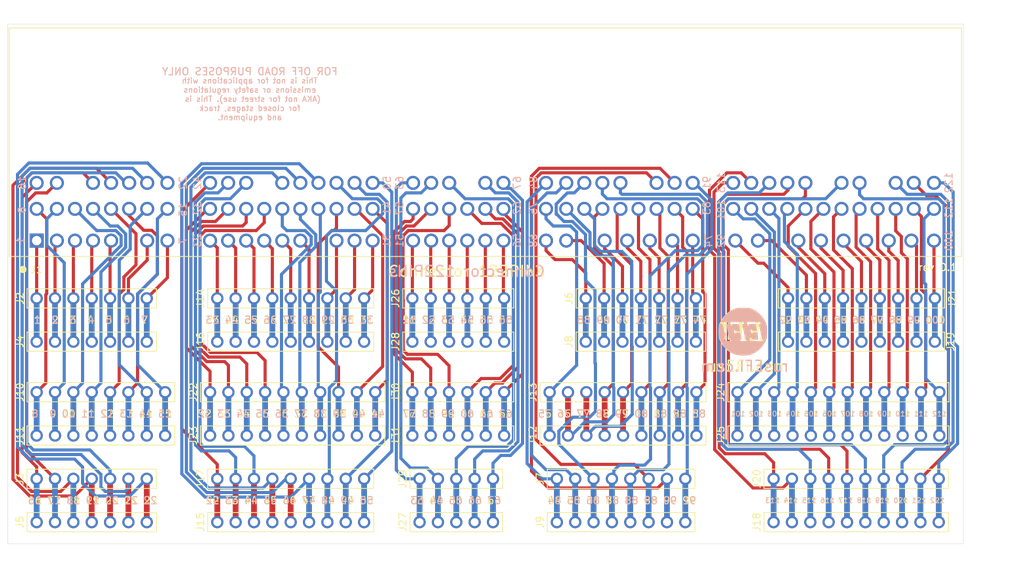
<source format=kicad_pcb>
(kicad_pcb (version 20171130) (host pcbnew "(5.1.7)-1")
  (layers (0 F.Cu signal) (31 B.Cu signal) (34 B.Paste user) (35 F.Paste user) (36 B.SilkS user) (37 F.SilkS user) (38 B.Mask user) (39 F.Mask user) (44 Edge.Cuts user))
  (net 0 "")
  (net 1 "Net-(J1-Pad122)")
  (net 2 "Net-(J1-Pad121)")
  (net 3 "Net-(J1-Pad120)")
  (net 4 "Net-(J1-Pad119)")
  (net 5 "Net-(J1-Pad118)")
  (net 6 "Net-(J1-Pad117)")
  (net 7 "Net-(J1-Pad116)")
  (net 8 "Net-(J1-Pad115)")
  (net 9 "Net-(J1-Pad114)")
  (net 10 "Net-(J1-Pad113)")
  (net 11 "Net-(J1-Pad112)")
  (net 12 "Net-(J1-Pad111)")
  (net 13 "Net-(J1-Pad110)")
  (net 14 "Net-(J1-Pad109)")
  (net 15 "Net-(J1-Pad108)")
  (net 16 "Net-(J1-Pad107)")
  (net 17 "Net-(J1-Pad106)")
  (net 18 "Net-(J1-Pad105)")
  (net 19 "Net-(J1-Pad104)")
  (net 20 "Net-(J1-Pad103)")
  (net 21 "Net-(J1-Pad102)")
  (net 22 "Net-(J1-Pad101)")
  (net 23 "Net-(J1-Pad100)")
  (net 24 "Net-(J1-Pad99)")
  (net 25 "Net-(J1-Pad98)")
  (net 26 "Net-(J1-Pad97)")
  (net 27 "Net-(J1-Pad96)")
  (net 28 "Net-(J1-Pad95)")
  (net 29 "Net-(J1-Pad94)")
  (net 30 "Net-(J1-Pad93)")
  (net 31 "Net-(J1-Pad92)")
  (net 32 "Net-(J1-Pad91)")
  (net 33 "Net-(J1-Pad90)")
  (net 34 "Net-(J1-Pad89)")
  (net 35 "Net-(J1-Pad88)")
  (net 36 "Net-(J1-Pad87)")
  (net 37 "Net-(J1-Pad86)")
  (net 38 "Net-(J1-Pad85)")
  (net 39 "Net-(J1-Pad84)")
  (net 40 "Net-(J1-Pad83)")
  (net 41 "Net-(J1-Pad82)")
  (net 42 "Net-(J1-Pad81)")
  (net 43 "Net-(J1-Pad80)")
  (net 44 "Net-(J1-Pad79)")
  (net 45 "Net-(J1-Pad78)")
  (net 46 "Net-(J1-Pad77)")
  (net 47 "Net-(J1-Pad76)")
  (net 48 "Net-(J1-Pad75)")
  (net 49 "Net-(J1-Pad74)")
  (net 50 "Net-(J1-Pad73)")
  (net 51 "Net-(J1-Pad72)")
  (net 52 "Net-(J1-Pad71)")
  (net 53 "Net-(J1-Pad70)")
  (net 54 "Net-(J1-Pad69)")
  (net 55 "Net-(J1-Pad68)")
  (net 56 "Net-(J1-Pad67)")
  (net 57 "Net-(J1-Pad66)")
  (net 58 "Net-(J1-Pad65)")
  (net 59 "Net-(J1-Pad64)")
  (net 60 "Net-(J1-Pad63)")
  (net 61 "Net-(J1-Pad62)")
  (net 62 "Net-(J1-Pad61)")
  (net 63 "Net-(J1-Pad60)")
  (net 64 "Net-(J1-Pad59)")
  (net 65 "Net-(J1-Pad58)")
  (net 66 "Net-(J1-Pad57)")
  (net 67 "Net-(J1-Pad56)")
  (net 68 "Net-(J1-Pad55)")
  (net 69 "Net-(J1-Pad54)")
  (net 70 "Net-(J1-Pad53)")
  (net 71 "Net-(J1-Pad52)")
  (net 72 "Net-(J1-Pad51)")
  (net 73 "Net-(J1-Pad50)")
  (net 74 "Net-(J1-Pad49)")
  (net 75 "Net-(J1-Pad48)")
  (net 76 "Net-(J1-Pad47)")
  (net 77 "Net-(J1-Pad46)")
  (net 78 "Net-(J1-Pad45)")
  (net 79 "Net-(J1-Pad44)")
  (net 80 "Net-(J1-Pad43)")
  (net 81 "Net-(J1-Pad42)")
  (net 82 "Net-(J1-Pad41)")
  (net 83 "Net-(J1-Pad40)")
  (net 84 "Net-(J1-Pad39)")
  (net 85 "Net-(J1-Pad38)")
  (net 86 "Net-(J1-Pad37)")
  (net 87 "Net-(J1-Pad36)")
  (net 88 "Net-(J1-Pad35)")
  (net 89 "Net-(J1-Pad34)")
  (net 90 "Net-(J1-Pad33)")
  (net 91 "Net-(J1-Pad32)")
  (net 92 "Net-(J1-Pad31)")
  (net 93 "Net-(J1-Pad30)")
  (net 94 "Net-(J1-Pad29)")
  (net 95 "Net-(J1-Pad28)")
  (net 96 "Net-(J1-Pad27)")
  (net 97 "Net-(J1-Pad26)")
  (net 98 "Net-(J1-Pad25)")
  (net 99 "Net-(J1-Pad24)")
  (net 100 "Net-(J1-Pad23)")
  (net 101 "Net-(J1-Pad22)")
  (net 102 "Net-(J1-Pad21)")
  (net 103 "Net-(J1-Pad20)")
  (net 104 "Net-(J1-Pad19)")
  (net 105 "Net-(J1-Pad18)")
  (net 106 "Net-(J1-Pad17)")
  (net 107 "Net-(J1-Pad16)")
  (net 108 "Net-(J1-Pad15)")
  (net 109 "Net-(J1-Pad14)")
  (net 110 "Net-(J1-Pad13)")
  (net 111 "Net-(J1-Pad12)")
  (net 112 "Net-(J1-Pad11)")
  (net 113 "Net-(J1-Pad10)")
  (net 114 "Net-(J1-Pad9)")
  (net 115 "Net-(J1-Pad8)")
  (net 116 "Net-(J1-Pad7)")
  (net 117 "Net-(J1-Pad6)")
  (net 118 "Net-(J1-Pad5)")
  (net 119 "Net-(J1-Pad4)")
  (net 120 "Net-(J1-Pad3)")
  (net 121 "Net-(J1-Pad2)")
  (net 122 "Net-(J1-Pad1)")
  (module rusefi_lib_private:Pin_Header_Straight_1x08_Pitch2.54mm_big (layer F.Cu) (at 153 124 90)
    (fp_text reference J9 (at 0 -2.33 90) (layer F.SilkS))
    (fp_text value Conn_01x08)
    (pad 1 thru_hole circle (at 0 0 90) (size 1.7 1.7) (drill 1.1) (layers *.Cu *.Mask) (net 39 "Net-(J1-Pad84)"))
    (pad 2 thru_hole oval (at 0 2.54 90) (size 1.7 1.7) (drill 1.1) (layers *.Cu *.Mask) (net 38 "Net-(J1-Pad85)"))
    (pad 3 thru_hole oval (at 0 5.08 90) (size 1.7 1.7) (drill 1.1) (layers *.Cu *.Mask) (net 37 "Net-(J1-Pad86)"))
    (pad 4 thru_hole oval (at 0 7.62 90) (size 1.7 1.7) (drill 1.1) (layers *.Cu *.Mask) (net 36 "Net-(J1-Pad87)"))
    (pad 5 thru_hole oval (at 0 10.16 90) (size 1.7 1.7) (drill 1.1) (layers *.Cu *.Mask) (net 35 "Net-(J1-Pad88)"))
    (pad 6 thru_hole oval (at 0 12.7 90) (size 1.7 1.7) (drill 1.1) (layers *.Cu *.Mask) (net 34 "Net-(J1-Pad89)"))
    (pad 7 thru_hole oval (at 0 15.24 90) (size 1.7 1.7) (drill 1.1) (layers *.Cu *.Mask) (net 33 "Net-(J1-Pad90)"))
    (pad 8 thru_hole oval (at 0 17.78 90) (size 1.7 1.7) (drill 1.1) (layers *.Cu *.Mask) (net 32 "Net-(J1-Pad91)"))
  )
  (module rusefi_lib_private:Pin_Header_Straight_1x08_Pitch2.54mm_big (layer F.Cu) (at 153 118 90)
    (fp_text reference J7 (at 0 -2.33 90) (layer F.SilkS))
    (fp_text value Conn_01x08)
    (pad 1 thru_hole circle (at 0 0 90) (size 1.7 1.7) (drill 1.1) (layers *.Cu *.Mask) (net 39 "Net-(J1-Pad84)"))
    (pad 2 thru_hole oval (at 0 2.54 90) (size 1.7 1.7) (drill 1.1) (layers *.Cu *.Mask) (net 38 "Net-(J1-Pad85)"))
    (pad 3 thru_hole oval (at 0 5.08 90) (size 1.7 1.7) (drill 1.1) (layers *.Cu *.Mask) (net 37 "Net-(J1-Pad86)"))
    (pad 4 thru_hole oval (at 0 7.62 90) (size 1.7 1.7) (drill 1.1) (layers *.Cu *.Mask) (net 36 "Net-(J1-Pad87)"))
    (pad 5 thru_hole oval (at 0 10.16 90) (size 1.7 1.7) (drill 1.1) (layers *.Cu *.Mask) (net 35 "Net-(J1-Pad88)"))
    (pad 6 thru_hole oval (at 0 12.7 90) (size 1.7 1.7) (drill 1.1) (layers *.Cu *.Mask) (net 34 "Net-(J1-Pad89)"))
    (pad 7 thru_hole oval (at 0 15.24 90) (size 1.7 1.7) (drill 1.1) (layers *.Cu *.Mask) (net 33 "Net-(J1-Pad90)"))
    (pad 8 thru_hole oval (at 0 17.78 90) (size 1.7 1.7) (drill 1.1) (layers *.Cu *.Mask) (net 32 "Net-(J1-Pad91)"))
  )
  (module rusefi_lib_private:Pin_Header_Straight_1x09_Pitch2.54mm_big (layer F.Cu) (at 152 112 90)
    (fp_text reference J12 (at 0 -2.33 90) (layer F.SilkS))
    (fp_text value Conn_01x09)
    (pad 1 thru_hole circle (at 0 0 90) (size 1.7 1.7) (drill 1.1) (layers *.Cu *.Mask) (net 48 "Net-(J1-Pad75)"))
    (pad 2 thru_hole oval (at 0 2.54 90) (size 1.7 1.7) (drill 1.1) (layers *.Cu *.Mask) (net 47 "Net-(J1-Pad76)"))
    (pad 3 thru_hole oval (at 0 5.08 90) (size 1.7 1.7) (drill 1.1) (layers *.Cu *.Mask) (net 46 "Net-(J1-Pad77)"))
    (pad 4 thru_hole oval (at 0 7.62 90) (size 1.7 1.7) (drill 1.1) (layers *.Cu *.Mask) (net 45 "Net-(J1-Pad78)"))
    (pad 5 thru_hole oval (at 0 10.16 90) (size 1.7 1.7) (drill 1.1) (layers *.Cu *.Mask) (net 44 "Net-(J1-Pad79)"))
    (pad 6 thru_hole oval (at 0 12.7 90) (size 1.7 1.7) (drill 1.1) (layers *.Cu *.Mask) (net 43 "Net-(J1-Pad80)"))
    (pad 7 thru_hole oval (at 0 15.24 90) (size 1.7 1.7) (drill 1.1) (layers *.Cu *.Mask) (net 42 "Net-(J1-Pad81)"))
    (pad 8 thru_hole oval (at 0 17.78 90) (size 1.7 1.7) (drill 1.1) (layers *.Cu *.Mask) (net 41 "Net-(J1-Pad82)"))
    (pad 9 thru_hole oval (at 0 20.32 90) (size 1.7 1.7) (drill 1.1) (layers *.Cu *.Mask) (net 40 "Net-(J1-Pad83)"))
  )
  (module rusefi_lib_private:Pin_Header_Straight_1x09_Pitch2.54mm_big (layer F.Cu) (at 152 106 90)
    (fp_text reference J13 (at 0 -2.33 90) (layer F.SilkS))
    (fp_text value Conn_01x09)
    (pad 1 thru_hole circle (at 0 0 90) (size 1.7 1.7) (drill 1.1) (layers *.Cu *.Mask) (net 48 "Net-(J1-Pad75)"))
    (pad 2 thru_hole oval (at 0 2.54 90) (size 1.7 1.7) (drill 1.1) (layers *.Cu *.Mask) (net 47 "Net-(J1-Pad76)"))
    (pad 3 thru_hole oval (at 0 5.08 90) (size 1.7 1.7) (drill 1.1) (layers *.Cu *.Mask) (net 46 "Net-(J1-Pad77)"))
    (pad 4 thru_hole oval (at 0 7.62 90) (size 1.7 1.7) (drill 1.1) (layers *.Cu *.Mask) (net 45 "Net-(J1-Pad78)"))
    (pad 5 thru_hole oval (at 0 10.16 90) (size 1.7 1.7) (drill 1.1) (layers *.Cu *.Mask) (net 44 "Net-(J1-Pad79)"))
    (pad 6 thru_hole oval (at 0 12.7 90) (size 1.7 1.7) (drill 1.1) (layers *.Cu *.Mask) (net 43 "Net-(J1-Pad80)"))
    (pad 7 thru_hole oval (at 0 15.24 90) (size 1.7 1.7) (drill 1.1) (layers *.Cu *.Mask) (net 42 "Net-(J1-Pad81)"))
    (pad 8 thru_hole oval (at 0 17.78 90) (size 1.7 1.7) (drill 1.1) (layers *.Cu *.Mask) (net 41 "Net-(J1-Pad82)"))
    (pad 9 thru_hole oval (at 0 20.32 90) (size 1.7 1.7) (drill 1.1) (layers *.Cu *.Mask) (net 40 "Net-(J1-Pad83)"))
  )
  (module rusefi_lib_private:Pin_Header_Straight_1x10_Pitch2.54mm_big (layer F.Cu) (at 183 124 90)
    (fp_text reference J18 (at 0 -2.33 90) (layer F.SilkS))
    (fp_text value Conn_01x10)
    (pad 1 thru_hole circle (at 0 0 90) (size 1.7 1.7) (drill 1.1) (layers *.Cu *.Mask) (net 10 "Net-(J1-Pad113)"))
    (pad 2 thru_hole oval (at 0 2.54 90) (size 1.7 1.7) (drill 1.1) (layers *.Cu *.Mask) (net 9 "Net-(J1-Pad114)"))
    (pad 3 thru_hole oval (at 0 5.08 90) (size 1.7 1.7) (drill 1.1) (layers *.Cu *.Mask) (net 8 "Net-(J1-Pad115)"))
    (pad 4 thru_hole oval (at 0 7.62 90) (size 1.7 1.7) (drill 1.1) (layers *.Cu *.Mask) (net 7 "Net-(J1-Pad116)"))
    (pad 5 thru_hole oval (at 0 10.16 90) (size 1.7 1.7) (drill 1.1) (layers *.Cu *.Mask) (net 6 "Net-(J1-Pad117)"))
    (pad 6 thru_hole oval (at 0 12.7 90) (size 1.7 1.7) (drill 1.1) (layers *.Cu *.Mask) (net 5 "Net-(J1-Pad118)"))
    (pad 7 thru_hole oval (at 0 15.24 90) (size 1.7 1.7) (drill 1.1) (layers *.Cu *.Mask) (net 4 "Net-(J1-Pad119)"))
    (pad 8 thru_hole oval (at 0 17.78 90) (size 1.7 1.7) (drill 1.1) (layers *.Cu *.Mask) (net 3 "Net-(J1-Pad120)"))
    (pad 9 thru_hole oval (at 0 20.32 90) (size 1.7 1.7) (drill 1.1) (layers *.Cu *.Mask) (net 2 "Net-(J1-Pad121)"))
    (pad 10 thru_hole oval (at 0 22.86 90) (size 1.7 1.7) (drill 1.1) (layers *.Cu *.Mask) (net 1 "Net-(J1-Pad122)"))
  )
  (module rusefi_lib_private:Pin_Header_Straight_1x10_Pitch2.54mm_big (layer F.Cu) (at 183 118 90)
    (fp_text reference J20 (at 0 -2.33 90) (layer F.SilkS))
    (fp_text value Conn_01x10)
    (pad 1 thru_hole circle (at 0 0 90) (size 1.7 1.7) (drill 1.1) (layers *.Cu *.Mask) (net 10 "Net-(J1-Pad113)"))
    (pad 2 thru_hole oval (at 0 2.54 90) (size 1.7 1.7) (drill 1.1) (layers *.Cu *.Mask) (net 9 "Net-(J1-Pad114)"))
    (pad 3 thru_hole oval (at 0 5.08 90) (size 1.7 1.7) (drill 1.1) (layers *.Cu *.Mask) (net 8 "Net-(J1-Pad115)"))
    (pad 4 thru_hole oval (at 0 7.62 90) (size 1.7 1.7) (drill 1.1) (layers *.Cu *.Mask) (net 7 "Net-(J1-Pad116)"))
    (pad 5 thru_hole oval (at 0 10.16 90) (size 1.7 1.7) (drill 1.1) (layers *.Cu *.Mask) (net 6 "Net-(J1-Pad117)"))
    (pad 6 thru_hole oval (at 0 12.7 90) (size 1.7 1.7) (drill 1.1) (layers *.Cu *.Mask) (net 5 "Net-(J1-Pad118)"))
    (pad 7 thru_hole oval (at 0 15.24 90) (size 1.7 1.7) (drill 1.1) (layers *.Cu *.Mask) (net 4 "Net-(J1-Pad119)"))
    (pad 8 thru_hole oval (at 0 17.78 90) (size 1.7 1.7) (drill 1.1) (layers *.Cu *.Mask) (net 3 "Net-(J1-Pad120)"))
    (pad 9 thru_hole oval (at 0 20.32 90) (size 1.7 1.7) (drill 1.1) (layers *.Cu *.Mask) (net 2 "Net-(J1-Pad121)"))
    (pad 10 thru_hole oval (at 0 22.86 90) (size 1.7 1.7) (drill 1.1) (layers *.Cu *.Mask) (net 1 "Net-(J1-Pad122)"))
  )
  (module rusefi_lib_private:Pin_Header_Straight_1x12_Pitch2.54mm_big (layer F.Cu) (at 178 112 90)
    (fp_text reference J25 (at 0 -2.33 90) (layer F.SilkS))
    (fp_text value Conn_01x12)
    (pad 1 thru_hole circle (at 0 0 90) (size 1.7 1.7) (drill 1.1) (layers *.Cu *.Mask) (net 22 "Net-(J1-Pad101)"))
    (pad 2 thru_hole oval (at 0 2.54 90) (size 1.7 1.7) (drill 1.1) (layers *.Cu *.Mask) (net 21 "Net-(J1-Pad102)"))
    (pad 3 thru_hole oval (at 0 5.08 90) (size 1.7 1.7) (drill 1.1) (layers *.Cu *.Mask) (net 20 "Net-(J1-Pad103)"))
    (pad 4 thru_hole oval (at 0 7.62 90) (size 1.7 1.7) (drill 1.1) (layers *.Cu *.Mask) (net 19 "Net-(J1-Pad104)"))
    (pad 5 thru_hole oval (at 0 10.16 90) (size 1.7 1.7) (drill 1.1) (layers *.Cu *.Mask) (net 18 "Net-(J1-Pad105)"))
    (pad 6 thru_hole oval (at 0 12.7 90) (size 1.7 1.7) (drill 1.1) (layers *.Cu *.Mask) (net 17 "Net-(J1-Pad106)"))
    (pad 7 thru_hole oval (at 0 15.24 90) (size 1.7 1.7) (drill 1.1) (layers *.Cu *.Mask) (net 16 "Net-(J1-Pad107)"))
    (pad 8 thru_hole oval (at 0 17.78 90) (size 1.7 1.7) (drill 1.1) (layers *.Cu *.Mask) (net 15 "Net-(J1-Pad108)"))
    (pad 9 thru_hole oval (at 0 20.32 90) (size 1.7 1.7) (drill 1.1) (layers *.Cu *.Mask) (net 14 "Net-(J1-Pad109)"))
    (pad 10 thru_hole oval (at 0 22.86 90) (size 1.7 1.7) (drill 1.1) (layers *.Cu *.Mask) (net 13 "Net-(J1-Pad110)"))
    (pad 11 thru_hole oval (at 0 25.4 90) (size 1.7 1.7) (drill 1.1) (layers *.Cu *.Mask) (net 12 "Net-(J1-Pad111)"))
    (pad 12 thru_hole oval (at 0 27.94 90) (size 1.7 1.7) (drill 1.1) (layers *.Cu *.Mask) (net 11 "Net-(J1-Pad112)"))
  )
  (module rusefi_lib_private:Pin_Header_Straight_1x12_Pitch2.54mm_big (layer F.Cu) (at 178 106 90)
    (fp_text reference J24 (at 0 -2.33 90) (layer F.SilkS))
    (fp_text value Conn_01x12)
    (pad 1 thru_hole circle (at 0 0 90) (size 1.7 1.7) (drill 1.1) (layers *.Cu *.Mask) (net 22 "Net-(J1-Pad101)"))
    (pad 2 thru_hole oval (at 0 2.54 90) (size 1.7 1.7) (drill 1.1) (layers *.Cu *.Mask) (net 21 "Net-(J1-Pad102)"))
    (pad 3 thru_hole oval (at 0 5.08 90) (size 1.7 1.7) (drill 1.1) (layers *.Cu *.Mask) (net 20 "Net-(J1-Pad103)"))
    (pad 4 thru_hole oval (at 0 7.62 90) (size 1.7 1.7) (drill 1.1) (layers *.Cu *.Mask) (net 19 "Net-(J1-Pad104)"))
    (pad 5 thru_hole oval (at 0 10.16 90) (size 1.7 1.7) (drill 1.1) (layers *.Cu *.Mask) (net 18 "Net-(J1-Pad105)"))
    (pad 6 thru_hole oval (at 0 12.7 90) (size 1.7 1.7) (drill 1.1) (layers *.Cu *.Mask) (net 17 "Net-(J1-Pad106)"))
    (pad 7 thru_hole oval (at 0 15.24 90) (size 1.7 1.7) (drill 1.1) (layers *.Cu *.Mask) (net 16 "Net-(J1-Pad107)"))
    (pad 8 thru_hole oval (at 0 17.78 90) (size 1.7 1.7) (drill 1.1) (layers *.Cu *.Mask) (net 15 "Net-(J1-Pad108)"))
    (pad 9 thru_hole oval (at 0 20.32 90) (size 1.7 1.7) (drill 1.1) (layers *.Cu *.Mask) (net 14 "Net-(J1-Pad109)"))
    (pad 10 thru_hole oval (at 0 22.86 90) (size 1.7 1.7) (drill 1.1) (layers *.Cu *.Mask) (net 13 "Net-(J1-Pad110)"))
    (pad 11 thru_hole oval (at 0 25.4 90) (size 1.7 1.7) (drill 1.1) (layers *.Cu *.Mask) (net 12 "Net-(J1-Pad111)"))
    (pad 12 thru_hole oval (at 0 27.94 90) (size 1.7 1.7) (drill 1.1) (layers *.Cu *.Mask) (net 11 "Net-(J1-Pad112)"))
  )
  (module rusefi_lib_private:Pin_Header_Straight_1x09_Pitch2.54mm_big (layer F.Cu) (at 185 99 90)
    (fp_text reference J19 (at 0 22.5 90) (layer F.SilkS))
    (fp_text value Conn_01x09)
    (pad 1 thru_hole circle (at 0 0 90) (size 1.7 1.7) (drill 1.1) (layers *.Cu *.Mask) (net 31 "Net-(J1-Pad92)"))
    (pad 2 thru_hole oval (at 0 2.54 90) (size 1.7 1.7) (drill 1.1) (layers *.Cu *.Mask) (net 30 "Net-(J1-Pad93)"))
    (pad 3 thru_hole oval (at 0 5.08 90) (size 1.7 1.7) (drill 1.1) (layers *.Cu *.Mask) (net 29 "Net-(J1-Pad94)"))
    (pad 4 thru_hole oval (at 0 7.62 90) (size 1.7 1.7) (drill 1.1) (layers *.Cu *.Mask) (net 28 "Net-(J1-Pad95)"))
    (pad 5 thru_hole oval (at 0 10.16 90) (size 1.7 1.7) (drill 1.1) (layers *.Cu *.Mask) (net 27 "Net-(J1-Pad96)"))
    (pad 6 thru_hole oval (at 0 12.7 90) (size 1.7 1.7) (drill 1.1) (layers *.Cu *.Mask) (net 26 "Net-(J1-Pad97)"))
    (pad 7 thru_hole oval (at 0 15.24 90) (size 1.7 1.7) (drill 1.1) (layers *.Cu *.Mask) (net 25 "Net-(J1-Pad98)"))
    (pad 8 thru_hole oval (at 0 17.78 90) (size 1.7 1.7) (drill 1.1) (layers *.Cu *.Mask) (net 24 "Net-(J1-Pad99)"))
    (pad 9 thru_hole oval (at 0 20.32 90) (size 1.7 1.7) (drill 1.1) (layers *.Cu *.Mask) (net 23 "Net-(J1-Pad100)"))
  )
  (module rusefi_lib_private:Pin_Header_Straight_1x09_Pitch2.54mm_big (layer F.Cu) (at 185 93 90)
    (fp_text reference J21 (at 0 22.75 90) (layer F.SilkS))
    (fp_text value Conn_01x09)
    (pad 1 thru_hole circle (at 0 0 90) (size 1.7 1.7) (drill 1.1) (layers *.Cu *.Mask) (net 31 "Net-(J1-Pad92)"))
    (pad 2 thru_hole oval (at 0 2.54 90) (size 1.7 1.7) (drill 1.1) (layers *.Cu *.Mask) (net 30 "Net-(J1-Pad93)"))
    (pad 3 thru_hole oval (at 0 5.08 90) (size 1.7 1.7) (drill 1.1) (layers *.Cu *.Mask) (net 29 "Net-(J1-Pad94)"))
    (pad 4 thru_hole oval (at 0 7.62 90) (size 1.7 1.7) (drill 1.1) (layers *.Cu *.Mask) (net 28 "Net-(J1-Pad95)"))
    (pad 5 thru_hole oval (at 0 10.16 90) (size 1.7 1.7) (drill 1.1) (layers *.Cu *.Mask) (net 27 "Net-(J1-Pad96)"))
    (pad 6 thru_hole oval (at 0 12.7 90) (size 1.7 1.7) (drill 1.1) (layers *.Cu *.Mask) (net 26 "Net-(J1-Pad97)"))
    (pad 7 thru_hole oval (at 0 15.24 90) (size 1.7 1.7) (drill 1.1) (layers *.Cu *.Mask) (net 25 "Net-(J1-Pad98)"))
    (pad 8 thru_hole oval (at 0 17.78 90) (size 1.7 1.7) (drill 1.1) (layers *.Cu *.Mask) (net 24 "Net-(J1-Pad99)"))
    (pad 9 thru_hole oval (at 0 20.32 90) (size 1.7 1.7) (drill 1.1) (layers *.Cu *.Mask) (net 23 "Net-(J1-Pad100)"))
  )
  (module rusefi_lib_private:Pin_Header_Straight_1x06_Pitch2.54mm_big (layer F.Cu) (at 133 112 90)
    (fp_text reference J31 (at 0 -2.33 90) (layer F.SilkS))
    (fp_text value Conn_01x06)
    (pad 1 thru_hole circle (at 0 0 90) (size 1.7 1.7) (drill 1.1) (layers *.Cu *.Mask) (net 66 "Net-(J1-Pad57)"))
    (pad 2 thru_hole oval (at 0 2.54 90) (size 1.7 1.7) (drill 1.1) (layers *.Cu *.Mask) (net 65 "Net-(J1-Pad58)"))
    (pad 3 thru_hole oval (at 0 5.08 90) (size 1.7 1.7) (drill 1.1) (layers *.Cu *.Mask) (net 64 "Net-(J1-Pad59)"))
    (pad 4 thru_hole oval (at 0 7.62 90) (size 1.7 1.7) (drill 1.1) (layers *.Cu *.Mask) (net 63 "Net-(J1-Pad60)"))
    (pad 5 thru_hole oval (at 0 10.16 90) (size 1.7 1.7) (drill 1.1) (layers *.Cu *.Mask) (net 62 "Net-(J1-Pad61)"))
    (pad 6 thru_hole oval (at 0 12.7 90) (size 1.7 1.7) (drill 1.1) (layers *.Cu *.Mask) (net 61 "Net-(J1-Pad62)"))
  )
  (module rusefi_lib_private:Pin_Header_Straight_1x06_Pitch2.54mm_big (layer F.Cu) (at 133 106 90)
    (fp_text reference J30 (at 0 -2.33 90) (layer F.SilkS))
    (fp_text value Conn_01x06)
    (pad 1 thru_hole circle (at 0 0 90) (size 1.7 1.7) (drill 1.1) (layers *.Cu *.Mask) (net 66 "Net-(J1-Pad57)"))
    (pad 2 thru_hole oval (at 0 2.54 90) (size 1.7 1.7) (drill 1.1) (layers *.Cu *.Mask) (net 65 "Net-(J1-Pad58)"))
    (pad 3 thru_hole oval (at 0 5.08 90) (size 1.7 1.7) (drill 1.1) (layers *.Cu *.Mask) (net 64 "Net-(J1-Pad59)"))
    (pad 4 thru_hole oval (at 0 7.62 90) (size 1.7 1.7) (drill 1.1) (layers *.Cu *.Mask) (net 63 "Net-(J1-Pad60)"))
    (pad 5 thru_hole oval (at 0 10.16 90) (size 1.7 1.7) (drill 1.1) (layers *.Cu *.Mask) (net 62 "Net-(J1-Pad61)"))
    (pad 6 thru_hole oval (at 0 12.7 90) (size 1.7 1.7) (drill 1.1) (layers *.Cu *.Mask) (net 61 "Net-(J1-Pad62)"))
  )
  (module rusefi_lib_private:Pin_Header_Straight_1x06_Pitch2.54mm_big (layer F.Cu) (at 133 99 90)
    (fp_text reference J28 (at 0 -2.33 90) (layer F.SilkS))
    (fp_text value Conn_01x06)
    (pad 1 thru_hole circle (at 0 0 90) (size 1.7 1.7) (drill 1.1) (layers *.Cu *.Mask) (net 72 "Net-(J1-Pad51)"))
    (pad 2 thru_hole oval (at 0 2.54 90) (size 1.7 1.7) (drill 1.1) (layers *.Cu *.Mask) (net 71 "Net-(J1-Pad52)"))
    (pad 3 thru_hole oval (at 0 5.08 90) (size 1.7 1.7) (drill 1.1) (layers *.Cu *.Mask) (net 70 "Net-(J1-Pad53)"))
    (pad 4 thru_hole oval (at 0 7.62 90) (size 1.7 1.7) (drill 1.1) (layers *.Cu *.Mask) (net 69 "Net-(J1-Pad54)"))
    (pad 5 thru_hole oval (at 0 10.16 90) (size 1.7 1.7) (drill 1.1) (layers *.Cu *.Mask) (net 68 "Net-(J1-Pad55)"))
    (pad 6 thru_hole oval (at 0 12.7 90) (size 1.7 1.7) (drill 1.1) (layers *.Cu *.Mask) (net 67 "Net-(J1-Pad56)"))
  )
  (module rusefi_lib_private:Pin_Header_Straight_1x06_Pitch2.54mm_big (layer F.Cu) (at 133 93 90)
    (fp_text reference J26 (at 0 -2.33 90) (layer F.SilkS))
    (fp_text value Conn_01x06)
    (pad 1 thru_hole circle (at 0 0 90) (size 1.7 1.7) (drill 1.1) (layers *.Cu *.Mask) (net 72 "Net-(J1-Pad51)"))
    (pad 2 thru_hole oval (at 0 2.54 90) (size 1.7 1.7) (drill 1.1) (layers *.Cu *.Mask) (net 71 "Net-(J1-Pad52)"))
    (pad 3 thru_hole oval (at 0 5.08 90) (size 1.7 1.7) (drill 1.1) (layers *.Cu *.Mask) (net 70 "Net-(J1-Pad53)"))
    (pad 4 thru_hole oval (at 0 7.62 90) (size 1.7 1.7) (drill 1.1) (layers *.Cu *.Mask) (net 69 "Net-(J1-Pad54)"))
    (pad 5 thru_hole oval (at 0 10.16 90) (size 1.7 1.7) (drill 1.1) (layers *.Cu *.Mask) (net 68 "Net-(J1-Pad55)"))
    (pad 6 thru_hole oval (at 0 12.7 90) (size 1.7 1.7) (drill 1.1) (layers *.Cu *.Mask) (net 67 "Net-(J1-Pad56)"))
  )
  (module rusefi_lib_private:Pin_Header_Straight_1x10_Pitch2.54mm_big (layer F.Cu) (at 105 112 90)
    (fp_text reference J23 (at 0 -2.33 90) (layer F.SilkS))
    (fp_text value Conn_01x10)
    (pad 1 thru_hole circle (at 0 0 90) (size 1.7 1.7) (drill 1.1) (layers *.Cu *.Mask) (net 91 "Net-(J1-Pad32)"))
    (pad 2 thru_hole oval (at 0 2.54 90) (size 1.7 1.7) (drill 1.1) (layers *.Cu *.Mask) (net 90 "Net-(J1-Pad33)"))
    (pad 3 thru_hole oval (at 0 5.08 90) (size 1.7 1.7) (drill 1.1) (layers *.Cu *.Mask) (net 89 "Net-(J1-Pad34)"))
    (pad 4 thru_hole oval (at 0 7.62 90) (size 1.7 1.7) (drill 1.1) (layers *.Cu *.Mask) (net 88 "Net-(J1-Pad35)"))
    (pad 5 thru_hole oval (at 0 10.16 90) (size 1.7 1.7) (drill 1.1) (layers *.Cu *.Mask) (net 87 "Net-(J1-Pad36)"))
    (pad 6 thru_hole oval (at 0 12.7 90) (size 1.7 1.7) (drill 1.1) (layers *.Cu *.Mask) (net 86 "Net-(J1-Pad37)"))
    (pad 7 thru_hole oval (at 0 15.24 90) (size 1.7 1.7) (drill 1.1) (layers *.Cu *.Mask) (net 85 "Net-(J1-Pad38)"))
    (pad 8 thru_hole oval (at 0 17.78 90) (size 1.7 1.7) (drill 1.1) (layers *.Cu *.Mask) (net 84 "Net-(J1-Pad39)"))
    (pad 9 thru_hole oval (at 0 20.32 90) (size 1.7 1.7) (drill 1.1) (layers *.Cu *.Mask) (net 83 "Net-(J1-Pad40)"))
    (pad 10 thru_hole oval (at 0 22.86 90) (size 1.7 1.7) (drill 1.1) (layers *.Cu *.Mask) (net 82 "Net-(J1-Pad41)"))
  )
  (module rusefi_lib_private:Pin_Header_Straight_1x10_Pitch2.54mm_big (layer F.Cu) (at 105 106 90)
    (fp_text reference J22 (at 0 -2.33 90) (layer F.SilkS))
    (fp_text value Conn_01x10)
    (pad 1 thru_hole circle (at 0 0 90) (size 1.7 1.7) (drill 1.1) (layers *.Cu *.Mask) (net 91 "Net-(J1-Pad32)"))
    (pad 2 thru_hole oval (at 0 2.54 90) (size 1.7 1.7) (drill 1.1) (layers *.Cu *.Mask) (net 90 "Net-(J1-Pad33)"))
    (pad 3 thru_hole oval (at 0 5.08 90) (size 1.7 1.7) (drill 1.1) (layers *.Cu *.Mask) (net 89 "Net-(J1-Pad34)"))
    (pad 4 thru_hole oval (at 0 7.62 90) (size 1.7 1.7) (drill 1.1) (layers *.Cu *.Mask) (net 88 "Net-(J1-Pad35)"))
    (pad 5 thru_hole oval (at 0 10.16 90) (size 1.7 1.7) (drill 1.1) (layers *.Cu *.Mask) (net 87 "Net-(J1-Pad36)"))
    (pad 6 thru_hole oval (at 0 12.7 90) (size 1.7 1.7) (drill 1.1) (layers *.Cu *.Mask) (net 86 "Net-(J1-Pad37)"))
    (pad 7 thru_hole oval (at 0 15.24 90) (size 1.7 1.7) (drill 1.1) (layers *.Cu *.Mask) (net 85 "Net-(J1-Pad38)"))
    (pad 8 thru_hole oval (at 0 17.78 90) (size 1.7 1.7) (drill 1.1) (layers *.Cu *.Mask) (net 84 "Net-(J1-Pad39)"))
    (pad 9 thru_hole oval (at 0 20.32 90) (size 1.7 1.7) (drill 1.1) (layers *.Cu *.Mask) (net 83 "Net-(J1-Pad40)"))
    (pad 10 thru_hole oval (at 0 22.86 90) (size 1.7 1.7) (drill 1.1) (layers *.Cu *.Mask) (net 82 "Net-(J1-Pad41)"))
  )
  (module rusefi_lib_private:Pin_Header_Straight_1x09_Pitch2.54mm_big (layer F.Cu) (at 106 124 90)
    (fp_text reference J15 (at 0 -2.33 90) (layer F.SilkS))
    (fp_text value Conn_01x09)
    (pad 1 thru_hole circle (at 0 0 90) (size 1.7 1.7) (drill 1.1) (layers *.Cu *.Mask) (net 81 "Net-(J1-Pad42)"))
    (pad 2 thru_hole oval (at 0 2.54 90) (size 1.7 1.7) (drill 1.1) (layers *.Cu *.Mask) (net 80 "Net-(J1-Pad43)"))
    (pad 3 thru_hole oval (at 0 5.08 90) (size 1.7 1.7) (drill 1.1) (layers *.Cu *.Mask) (net 79 "Net-(J1-Pad44)"))
    (pad 4 thru_hole oval (at 0 7.62 90) (size 1.7 1.7) (drill 1.1) (layers *.Cu *.Mask) (net 78 "Net-(J1-Pad45)"))
    (pad 5 thru_hole oval (at 0 10.16 90) (size 1.7 1.7) (drill 1.1) (layers *.Cu *.Mask) (net 77 "Net-(J1-Pad46)"))
    (pad 6 thru_hole oval (at 0 12.7 90) (size 1.7 1.7) (drill 1.1) (layers *.Cu *.Mask) (net 76 "Net-(J1-Pad47)"))
    (pad 7 thru_hole oval (at 0 15.24 90) (size 1.7 1.7) (drill 1.1) (layers *.Cu *.Mask) (net 75 "Net-(J1-Pad48)"))
    (pad 8 thru_hole oval (at 0 17.78 90) (size 1.7 1.7) (drill 1.1) (layers *.Cu *.Mask) (net 74 "Net-(J1-Pad49)"))
    (pad 9 thru_hole oval (at 0 20.32 90) (size 1.7 1.7) (drill 1.1) (layers *.Cu *.Mask) (net 73 "Net-(J1-Pad50)"))
  )
  (module rusefi_lib_private:Pin_Header_Straight_1x09_Pitch2.54mm_big (layer F.Cu) (at 106 118 90)
    (fp_text reference J17 (at 0 -2.33 90) (layer F.SilkS))
    (fp_text value Conn_01x09)
    (pad 1 thru_hole circle (at 0 0 90) (size 1.7 1.7) (drill 1.1) (layers *.Cu *.Mask) (net 81 "Net-(J1-Pad42)"))
    (pad 2 thru_hole oval (at 0 2.54 90) (size 1.7 1.7) (drill 1.1) (layers *.Cu *.Mask) (net 80 "Net-(J1-Pad43)"))
    (pad 3 thru_hole oval (at 0 5.08 90) (size 1.7 1.7) (drill 1.1) (layers *.Cu *.Mask) (net 79 "Net-(J1-Pad44)"))
    (pad 4 thru_hole oval (at 0 7.62 90) (size 1.7 1.7) (drill 1.1) (layers *.Cu *.Mask) (net 78 "Net-(J1-Pad45)"))
    (pad 5 thru_hole oval (at 0 10.16 90) (size 1.7 1.7) (drill 1.1) (layers *.Cu *.Mask) (net 77 "Net-(J1-Pad46)"))
    (pad 6 thru_hole oval (at 0 12.7 90) (size 1.7 1.7) (drill 1.1) (layers *.Cu *.Mask) (net 76 "Net-(J1-Pad47)"))
    (pad 7 thru_hole oval (at 0 15.24 90) (size 1.7 1.7) (drill 1.1) (layers *.Cu *.Mask) (net 75 "Net-(J1-Pad48)"))
    (pad 8 thru_hole oval (at 0 17.78 90) (size 1.7 1.7) (drill 1.1) (layers *.Cu *.Mask) (net 74 "Net-(J1-Pad49)"))
    (pad 9 thru_hole oval (at 0 20.32 90) (size 1.7 1.7) (drill 1.1) (layers *.Cu *.Mask) (net 73 "Net-(J1-Pad50)"))
  )
  (module rusefi_lib_private:Pin_Header_Straight_1x09_Pitch2.54mm_big (layer F.Cu) (at 106 99 90)
    (fp_text reference J16 (at 0 -2.33 90) (layer F.SilkS))
    (fp_text value Conn_01x09)
    (pad 1 thru_hole circle (at 0 0 90) (size 1.7 1.7) (drill 1.1) (layers *.Cu *.Mask) (net 100 "Net-(J1-Pad23)"))
    (pad 2 thru_hole oval (at 0 2.54 90) (size 1.7 1.7) (drill 1.1) (layers *.Cu *.Mask) (net 99 "Net-(J1-Pad24)"))
    (pad 3 thru_hole oval (at 0 5.08 90) (size 1.7 1.7) (drill 1.1) (layers *.Cu *.Mask) (net 98 "Net-(J1-Pad25)"))
    (pad 4 thru_hole oval (at 0 7.62 90) (size 1.7 1.7) (drill 1.1) (layers *.Cu *.Mask) (net 97 "Net-(J1-Pad26)"))
    (pad 5 thru_hole oval (at 0 10.16 90) (size 1.7 1.7) (drill 1.1) (layers *.Cu *.Mask) (net 96 "Net-(J1-Pad27)"))
    (pad 6 thru_hole oval (at 0 12.7 90) (size 1.7 1.7) (drill 1.1) (layers *.Cu *.Mask) (net 95 "Net-(J1-Pad28)"))
    (pad 7 thru_hole oval (at 0 15.24 90) (size 1.7 1.7) (drill 1.1) (layers *.Cu *.Mask) (net 94 "Net-(J1-Pad29)"))
    (pad 8 thru_hole oval (at 0 17.78 90) (size 1.7 1.7) (drill 1.1) (layers *.Cu *.Mask) (net 93 "Net-(J1-Pad30)"))
    (pad 9 thru_hole oval (at 0 20.32 90) (size 1.7 1.7) (drill 1.1) (layers *.Cu *.Mask) (net 92 "Net-(J1-Pad31)"))
  )
  (module rusefi_lib_private:Pin_Header_Straight_1x09_Pitch2.54mm_big (layer F.Cu) (at 106 93 90)
    (fp_text reference J14 (at 0 -2.33 90) (layer F.SilkS))
    (fp_text value Conn_01x09)
    (pad 1 thru_hole circle (at 0 0 90) (size 1.7 1.7) (drill 1.1) (layers *.Cu *.Mask) (net 100 "Net-(J1-Pad23)"))
    (pad 2 thru_hole oval (at 0 2.54 90) (size 1.7 1.7) (drill 1.1) (layers *.Cu *.Mask) (net 99 "Net-(J1-Pad24)"))
    (pad 3 thru_hole oval (at 0 5.08 90) (size 1.7 1.7) (drill 1.1) (layers *.Cu *.Mask) (net 98 "Net-(J1-Pad25)"))
    (pad 4 thru_hole oval (at 0 7.62 90) (size 1.7 1.7) (drill 1.1) (layers *.Cu *.Mask) (net 97 "Net-(J1-Pad26)"))
    (pad 5 thru_hole oval (at 0 10.16 90) (size 1.7 1.7) (drill 1.1) (layers *.Cu *.Mask) (net 96 "Net-(J1-Pad27)"))
    (pad 6 thru_hole oval (at 0 12.7 90) (size 1.7 1.7) (drill 1.1) (layers *.Cu *.Mask) (net 95 "Net-(J1-Pad28)"))
    (pad 7 thru_hole oval (at 0 15.24 90) (size 1.7 1.7) (drill 1.1) (layers *.Cu *.Mask) (net 94 "Net-(J1-Pad29)"))
    (pad 8 thru_hole oval (at 0 17.78 90) (size 1.7 1.7) (drill 1.1) (layers *.Cu *.Mask) (net 93 "Net-(J1-Pad30)"))
    (pad 9 thru_hole oval (at 0 20.32 90) (size 1.7 1.7) (drill 1.1) (layers *.Cu *.Mask) (net 92 "Net-(J1-Pad31)"))
  )
  (module rusefi_lib_private:Pin_Header_Straight_1x07_Pitch2.54mm_big (layer F.Cu) (at 81 124 90)
    (fp_text reference J5 (at 0 -2.33 90) (layer F.SilkS))
    (fp_text value Conn_01x07)
    (pad 1 thru_hole circle (at 0 0 90) (size 1.7 1.7) (drill 1.1) (layers *.Cu *.Mask) (net 107 "Net-(J1-Pad16)"))
    (pad 2 thru_hole oval (at 0 2.54 90) (size 1.7 1.7) (drill 1.1) (layers *.Cu *.Mask) (net 106 "Net-(J1-Pad17)"))
    (pad 3 thru_hole oval (at 0 5.08 90) (size 1.7 1.7) (drill 1.1) (layers *.Cu *.Mask) (net 105 "Net-(J1-Pad18)"))
    (pad 4 thru_hole oval (at 0 7.62 90) (size 1.7 1.7) (drill 1.1) (layers *.Cu *.Mask) (net 104 "Net-(J1-Pad19)"))
    (pad 5 thru_hole oval (at 0 10.16 90) (size 1.7 1.7) (drill 1.1) (layers *.Cu *.Mask) (net 103 "Net-(J1-Pad20)"))
    (pad 6 thru_hole oval (at 0 12.7 90) (size 1.7 1.7) (drill 1.1) (layers *.Cu *.Mask) (net 102 "Net-(J1-Pad21)"))
    (pad 7 thru_hole oval (at 0 15.24 90) (size 1.7 1.7) (drill 1.1) (layers *.Cu *.Mask) (net 101 "Net-(J1-Pad22)"))
  )
  (module rusefi_lib_private:Pin_Header_Straight_1x07_Pitch2.54mm_big (layer F.Cu) (at 81 118 90)
    (fp_text reference J3 (at 0 -2.33 90) (layer F.SilkS))
    (fp_text value Conn_01x07)
    (pad 1 thru_hole circle (at 0 0 90) (size 1.7 1.7) (drill 1.1) (layers *.Cu *.Mask) (net 107 "Net-(J1-Pad16)"))
    (pad 2 thru_hole oval (at 0 2.54 90) (size 1.7 1.7) (drill 1.1) (layers *.Cu *.Mask) (net 106 "Net-(J1-Pad17)"))
    (pad 3 thru_hole oval (at 0 5.08 90) (size 1.7 1.7) (drill 1.1) (layers *.Cu *.Mask) (net 105 "Net-(J1-Pad18)"))
    (pad 4 thru_hole oval (at 0 7.62 90) (size 1.7 1.7) (drill 1.1) (layers *.Cu *.Mask) (net 104 "Net-(J1-Pad19)"))
    (pad 5 thru_hole oval (at 0 10.16 90) (size 1.7 1.7) (drill 1.1) (layers *.Cu *.Mask) (net 103 "Net-(J1-Pad20)"))
    (pad 6 thru_hole oval (at 0 12.7 90) (size 1.7 1.7) (drill 1.1) (layers *.Cu *.Mask) (net 102 "Net-(J1-Pad21)"))
    (pad 7 thru_hole oval (at 0 15.24 90) (size 1.7 1.7) (drill 1.1) (layers *.Cu *.Mask) (net 101 "Net-(J1-Pad22)"))
  )
  (module rusefi_lib_private:Pin_Header_Straight_1x08_Pitch2.54mm_big (layer F.Cu) (at 81 112 90)
    (fp_text reference J11 (at 0 -2.33 90) (layer F.SilkS))
    (fp_text value Conn_01x08)
    (pad 1 thru_hole circle (at 0 0 90) (size 1.7 1.7) (drill 1.1) (layers *.Cu *.Mask) (net 115 "Net-(J1-Pad8)"))
    (pad 2 thru_hole oval (at 0 2.54 90) (size 1.7 1.7) (drill 1.1) (layers *.Cu *.Mask) (net 114 "Net-(J1-Pad9)"))
    (pad 3 thru_hole oval (at 0 5.08 90) (size 1.7 1.7) (drill 1.1) (layers *.Cu *.Mask) (net 113 "Net-(J1-Pad10)"))
    (pad 4 thru_hole oval (at 0 7.62 90) (size 1.7 1.7) (drill 1.1) (layers *.Cu *.Mask) (net 112 "Net-(J1-Pad11)"))
    (pad 5 thru_hole oval (at 0 10.16 90) (size 1.7 1.7) (drill 1.1) (layers *.Cu *.Mask) (net 111 "Net-(J1-Pad12)"))
    (pad 6 thru_hole oval (at 0 12.7 90) (size 1.7 1.7) (drill 1.1) (layers *.Cu *.Mask) (net 110 "Net-(J1-Pad13)"))
    (pad 7 thru_hole oval (at 0 15.24 90) (size 1.7 1.7) (drill 1.1) (layers *.Cu *.Mask) (net 109 "Net-(J1-Pad14)"))
    (pad 8 thru_hole oval (at 0 17.78 90) (size 1.7 1.7) (drill 1.1) (layers *.Cu *.Mask) (net 108 "Net-(J1-Pad15)"))
  )
  (module rusefi_lib_private:Pin_Header_Straight_1x08_Pitch2.54mm_big (layer F.Cu) (at 81 106 90)
    (fp_text reference J10 (at 0 -2.33 90) (layer F.SilkS))
    (fp_text value Conn_01x08)
    (pad 1 thru_hole circle (at 0 0 90) (size 1.7 1.7) (drill 1.1) (layers *.Cu *.Mask) (net 115 "Net-(J1-Pad8)"))
    (pad 2 thru_hole oval (at 0 2.54 90) (size 1.7 1.7) (drill 1.1) (layers *.Cu *.Mask) (net 114 "Net-(J1-Pad9)"))
    (pad 3 thru_hole oval (at 0 5.08 90) (size 1.7 1.7) (drill 1.1) (layers *.Cu *.Mask) (net 113 "Net-(J1-Pad10)"))
    (pad 4 thru_hole oval (at 0 7.62 90) (size 1.7 1.7) (drill 1.1) (layers *.Cu *.Mask) (net 112 "Net-(J1-Pad11)"))
    (pad 5 thru_hole oval (at 0 10.16 90) (size 1.7 1.7) (drill 1.1) (layers *.Cu *.Mask) (net 111 "Net-(J1-Pad12)"))
    (pad 6 thru_hole oval (at 0 12.7 90) (size 1.7 1.7) (drill 1.1) (layers *.Cu *.Mask) (net 110 "Net-(J1-Pad13)"))
    (pad 7 thru_hole oval (at 0 15.24 90) (size 1.7 1.7) (drill 1.1) (layers *.Cu *.Mask) (net 109 "Net-(J1-Pad14)"))
    (pad 8 thru_hole oval (at 0 17.78 90) (size 1.7 1.7) (drill 1.1) (layers *.Cu *.Mask) (net 108 "Net-(J1-Pad15)"))
  )
  (module rusefi_lib_private:Pin_Header_Straight_1x05_Pitch2.54mm_big (layer F.Cu) (at 134 124 90)
    (fp_text reference J27 (at 0 -2.33 90) (layer F.SilkS))
    (fp_text value Conn_01x05)
    (pad 1 thru_hole circle (at 0 0 90) (size 1.7 1.7) (drill 1.1) (layers *.Cu *.Mask) (net 60 "Net-(J1-Pad63)"))
    (pad 2 thru_hole oval (at 0 2.54 90) (size 1.7 1.7) (drill 1.1) (layers *.Cu *.Mask) (net 59 "Net-(J1-Pad64)"))
    (pad 3 thru_hole oval (at 0 5.08 90) (size 1.7 1.7) (drill 1.1) (layers *.Cu *.Mask) (net 58 "Net-(J1-Pad65)"))
    (pad 4 thru_hole oval (at 0 7.62 90) (size 1.7 1.7) (drill 1.1) (layers *.Cu *.Mask) (net 57 "Net-(J1-Pad66)"))
    (pad 5 thru_hole oval (at 0 10.16 90) (size 1.7 1.7) (drill 1.1) (layers *.Cu *.Mask) (net 56 "Net-(J1-Pad67)"))
  )
  (module rusefi_lib_private:Pin_Header_Straight_1x05_Pitch2.54mm_big (layer F.Cu) (at 134 118 90)
    (fp_text reference J29 (at 0 -2.33 90) (layer F.SilkS))
    (fp_text value Conn_01x05)
    (pad 1 thru_hole circle (at 0 0 90) (size 1.7 1.7) (drill 1.1) (layers *.Cu *.Mask) (net 60 "Net-(J1-Pad63)"))
    (pad 2 thru_hole oval (at 0 2.54 90) (size 1.7 1.7) (drill 1.1) (layers *.Cu *.Mask) (net 59 "Net-(J1-Pad64)"))
    (pad 3 thru_hole oval (at 0 5.08 90) (size 1.7 1.7) (drill 1.1) (layers *.Cu *.Mask) (net 58 "Net-(J1-Pad65)"))
    (pad 4 thru_hole oval (at 0 7.62 90) (size 1.7 1.7) (drill 1.1) (layers *.Cu *.Mask) (net 57 "Net-(J1-Pad66)"))
    (pad 5 thru_hole oval (at 0 10.16 90) (size 1.7 1.7) (drill 1.1) (layers *.Cu *.Mask) (net 56 "Net-(J1-Pad67)"))
  )
  (module rusefi_lib_private:Pin_Header_Straight_1x07_Pitch2.54mm_big (layer F.Cu) (at 157 99 90)
    (fp_text reference J8 (at 0 -2.33 90) (layer F.SilkS))
    (fp_text value Conn_01x07)
    (pad 1 thru_hole circle (at 0 0 90) (size 1.7 1.7) (drill 1.1) (layers *.Cu *.Mask) (net 55 "Net-(J1-Pad68)"))
    (pad 2 thru_hole oval (at 0 2.54 90) (size 1.7 1.7) (drill 1.1) (layers *.Cu *.Mask) (net 54 "Net-(J1-Pad69)"))
    (pad 3 thru_hole oval (at 0 5.08 90) (size 1.7 1.7) (drill 1.1) (layers *.Cu *.Mask) (net 53 "Net-(J1-Pad70)"))
    (pad 4 thru_hole oval (at 0 7.62 90) (size 1.7 1.7) (drill 1.1) (layers *.Cu *.Mask) (net 52 "Net-(J1-Pad71)"))
    (pad 5 thru_hole oval (at 0 10.16 90) (size 1.7 1.7) (drill 1.1) (layers *.Cu *.Mask) (net 51 "Net-(J1-Pad72)"))
    (pad 6 thru_hole oval (at 0 12.7 90) (size 1.7 1.7) (drill 1.1) (layers *.Cu *.Mask) (net 50 "Net-(J1-Pad73)"))
    (pad 7 thru_hole oval (at 0 15.24 90) (size 1.7 1.7) (drill 1.1) (layers *.Cu *.Mask) (net 49 "Net-(J1-Pad74)"))
  )
  (module rusefi_lib_private:Pin_Header_Straight_1x07_Pitch2.54mm_big (layer F.Cu) (at 157 93 90)
    (fp_text reference J6 (at 0 -2.33 90) (layer F.SilkS))
    (fp_text value Conn_01x07)
    (pad 1 thru_hole circle (at 0 0 90) (size 1.7 1.7) (drill 1.1) (layers *.Cu *.Mask) (net 55 "Net-(J1-Pad68)"))
    (pad 2 thru_hole oval (at 0 2.54 90) (size 1.7 1.7) (drill 1.1) (layers *.Cu *.Mask) (net 54 "Net-(J1-Pad69)"))
    (pad 3 thru_hole oval (at 0 5.08 90) (size 1.7 1.7) (drill 1.1) (layers *.Cu *.Mask) (net 53 "Net-(J1-Pad70)"))
    (pad 4 thru_hole oval (at 0 7.62 90) (size 1.7 1.7) (drill 1.1) (layers *.Cu *.Mask) (net 52 "Net-(J1-Pad71)"))
    (pad 5 thru_hole oval (at 0 10.16 90) (size 1.7 1.7) (drill 1.1) (layers *.Cu *.Mask) (net 51 "Net-(J1-Pad72)"))
    (pad 6 thru_hole oval (at 0 12.7 90) (size 1.7 1.7) (drill 1.1) (layers *.Cu *.Mask) (net 50 "Net-(J1-Pad73)"))
    (pad 7 thru_hole oval (at 0 15.24 90) (size 1.7 1.7) (drill 1.1) (layers *.Cu *.Mask) (net 49 "Net-(J1-Pad74)"))
  )
  (module rusefi_lib_private:Pin_Header_Straight_1x07_Pitch2.54mm_big (layer F.Cu) (at 81 99 90)
    (fp_text reference J4 (at 0 -2.33 90) (layer F.SilkS))
    (fp_text value Conn_01x07)
    (pad 1 thru_hole circle (at 0 0 90) (size 1.7 1.7) (drill 1.1) (layers *.Cu *.Mask) (net 122 "Net-(J1-Pad1)"))
    (pad 2 thru_hole oval (at 0 2.54 90) (size 1.7 1.7) (drill 1.1) (layers *.Cu *.Mask) (net 121 "Net-(J1-Pad2)"))
    (pad 3 thru_hole oval (at 0 5.08 90) (size 1.7 1.7) (drill 1.1) (layers *.Cu *.Mask) (net 120 "Net-(J1-Pad3)"))
    (pad 4 thru_hole oval (at 0 7.62 90) (size 1.7 1.7) (drill 1.1) (layers *.Cu *.Mask) (net 119 "Net-(J1-Pad4)"))
    (pad 5 thru_hole oval (at 0 10.16 90) (size 1.7 1.7) (drill 1.1) (layers *.Cu *.Mask) (net 118 "Net-(J1-Pad5)"))
    (pad 6 thru_hole oval (at 0 12.7 90) (size 1.7 1.7) (drill 1.1) (layers *.Cu *.Mask) (net 117 "Net-(J1-Pad6)"))
    (pad 7 thru_hole oval (at 0 15.24 90) (size 1.7 1.7) (drill 1.1) (layers *.Cu *.Mask) (net 116 "Net-(J1-Pad7)"))
  )
  (module rusefi_lib_private:Pin_Header_Straight_1x07_Pitch2.54mm_big (layer F.Cu) (at 81 93 90)
    (fp_text reference J2 (at 0 -2.33 90) (layer F.SilkS))
    (fp_text value Conn_01x07)
    (pad 1 thru_hole circle (at 0 0 90) (size 1.7 1.7) (drill 1.1) (layers *.Cu *.Mask) (net 122 "Net-(J1-Pad1)"))
    (pad 2 thru_hole oval (at 0 2.54 90) (size 1.7 1.7) (drill 1.1) (layers *.Cu *.Mask) (net 121 "Net-(J1-Pad2)"))
    (pad 3 thru_hole oval (at 0 5.08 90) (size 1.7 1.7) (drill 1.1) (layers *.Cu *.Mask) (net 120 "Net-(J1-Pad3)"))
    (pad 4 thru_hole oval (at 0 7.62 90) (size 1.7 1.7) (drill 1.1) (layers *.Cu *.Mask) (net 119 "Net-(J1-Pad4)"))
    (pad 5 thru_hole oval (at 0 10.16 90) (size 1.7 1.7) (drill 1.1) (layers *.Cu *.Mask) (net 118 "Net-(J1-Pad5)"))
    (pad 6 thru_hole oval (at 0 12.7 90) (size 1.7 1.7) (drill 1.1) (layers *.Cu *.Mask) (net 117 "Net-(J1-Pad6)"))
    (pad 7 thru_hole oval (at 0 15.24 90) (size 1.7 1.7) (drill 1.1) (layers *.Cu *.Mask) (net 116 "Net-(J1-Pad7)"))
  )
  (module rusefi:Off_Road_Disclaimer (layer B.Cu) (at 110.5 64.75 180)
    (fp_text reference G? hide)
    (fp_text value Disclaimer hide)
    (fp_text user "FOR OFF ROAD PURPOSES ONLY" (at 0 3.175) (layer B.SilkS) (effects (justify mirror)))
    (fp_text user "This is not for applications with" (at 0 1.905) (layer B.SilkS) (effects (font (size 0.762 0.762) (thickness 0.127)) (justify mirror)))
    (fp_text user "emissions or safety regulations" (at 0 0.635) (layer B.SilkS) (effects (font (size 0.762 0.762) (thickness 0.127)) (justify mirror)))
    (fp_text user "(AKA not for street use). This is " (at -0.127 -0.635) (layer B.SilkS) (effects (font (size 0.762 0.762) (thickness 0.127)) (justify mirror)))
    (fp_text user "for closed stages, track" (at 0 -1.905) (layer B.SilkS) (effects (font (size 0.762 0.762) (thickness 0.127)) (justify mirror)))
    (fp_text user "and equipment." (at 0 -3.175) (layer B.SilkS) (effects (font (size 0.762 0.762) (thickness 0.127)) (justify mirror)))
  )
  (module rusefi:LOGO (layer B.Cu) (at 178.75 97.65 180)
    (fp_text reference G? hide)
    (fp_text value LOGO hide)
  )
  (module rusefi:LOGO (layer F.Cu) (at 178.75 97.65)
    (fp_text reference G? hide)
    (fp_text value LOGO hide)
  )
  (module rusefi_lib_private:TE_8-5353015-1 (layer F.Cu) (at 81 85 90)
    (fp_text reference J1 (at -4 0 180) (layer F.SilkS))
    (fp_text value 8-5353015-1)
    (fp_text user 1 (at 0 -2.25 90) (layer B.SilkS) (effects (justify mirror)))
    (fp_text user 8 (at 4.25 -2 90) (layer B.SilkS) (effects (justify mirror)))
    (fp_text user 16 (at 8 -2 90) (layer B.SilkS) (effects (justify mirror)))
    (fp_text user 7 (at 0 20.25 90) (layer B.SilkS) (effects (justify mirror)))
    (fp_text user 15 (at 4.25 20.25 90) (layer B.SilkS) (effects (justify mirror)))
    (fp_text user 22 (at 8 20.25 90) (layer B.SilkS) (effects (justify mirror)))
    (fp_text user 23 (at 0 22.25 90) (layer B.SilkS) (effects (justify mirror)))
    (fp_text user 32 (at 4.5 22.25 90) (layer B.SilkS) (effects (justify mirror)))
    (fp_text user 42 (at 8 22.25 90) (layer B.SilkS) (effects (justify mirror)))
    (fp_text user 31 (at 0 48.5 90) (layer B.SilkS) (effects (justify mirror)))
    (fp_text user 41 (at 4.5 48.5 90) (layer B.SilkS) (effects (justify mirror)))
    (fp_text user 50 (at 8 48.5 90) (layer B.SilkS) (effects (justify mirror)))
    (fp_text user 51 (at 0 50.25 90) (layer B.SilkS) (effects (justify mirror)))
    (fp_text user 57 (at 4.5 50.25 90) (layer B.SilkS) (effects (justify mirror)))
    (fp_text user 63 (at 8 50.25 90) (layer B.SilkS) (effects (justify mirror)))
    (fp_text user 56 (at 0 66.5 90) (layer B.SilkS) (effects (justify mirror)))
    (fp_text user 62 (at 4.5 66.5 90) (layer B.SilkS) (effects (justify mirror)))
    (fp_text user 67 (at 8 66.5 90) (layer B.SilkS) (effects (justify mirror)))
    (fp_text user 68 (at 0 68.75 90) (layer B.SilkS) (effects (justify mirror)))
    (fp_text user 75 (at 4.5 68.75 90) (layer B.SilkS) (effects (justify mirror)))
    (fp_text user 84 (at 8 68.75 90) (layer B.SilkS) (effects (justify mirror)))
    (fp_text user 74 (at 0 93 90) (layer B.SilkS) (effects (justify mirror)))
    (fp_text user 83 (at 4.5 92.75 90) (layer B.SilkS) (effects (justify mirror)))
    (fp_text user 91 (at 8 92.75 90) (layer B.SilkS) (effects (justify mirror)))
    (fp_text user 92 (at 0 94.75 90) (layer B.SilkS) (effects (justify mirror)))
    (fp_text user 101 (at 4.25 94.75 90) (layer B.SilkS) (effects (justify mirror)))
    (fp_text user 113 (at 8 94.75 90) (layer B.SilkS) (effects (justify mirror)))
    (fp_text user 100 (at 0 126.25 90) (layer B.SilkS) (effects (justify mirror)))
    (fp_text user 112 (at 4.5 126.25 90) (layer B.SilkS) (effects (justify mirror)))
    (fp_text user 122 (at 8 126.25 90) (layer B.SilkS) (effects (justify mirror)))
    (pad None np_thru_hole circle (at 13.45 116.4 90) (size 3.6 3.6) (drill 3.6) (layers *.Cu *.Mask))
    (pad None np_thru_hole circle (at 13.45 59.6 90) (size 3.6 3.6) (drill 3.6) (layers *.Cu *.Mask))
    (pad None np_thru_hole circle (at 13.45 5.3 90) (size 3.6 3.6) (drill 3.6) (layers *.Cu *.Mask))
    (pad 122 thru_hole circle (at 8 124.2 90) (size 1.95 1.95) (drill 1.3) (layers *.Cu *.Mask) (net 1 "Net-(J1-Pad122)"))
    (pad 121 thru_hole circle (at 8 121.4 90) (size 1.95 1.95) (drill 1.3) (layers *.Cu *.Mask) (net 2 "Net-(J1-Pad121)"))
    (pad 120 thru_hole circle (at 8 118.9 90) (size 1.95 1.95) (drill 1.3) (layers *.Cu *.Mask) (net 3 "Net-(J1-Pad120)"))
    (pad 119 thru_hole circle (at 8 113.9 90) (size 1.95 1.95) (drill 1.3) (layers *.Cu *.Mask) (net 4 "Net-(J1-Pad119)"))
    (pad 118 thru_hole circle (at 8 111.4 90) (size 1.95 1.95) (drill 1.3) (layers *.Cu *.Mask) (net 5 "Net-(J1-Pad118)"))
    (pad 117 thru_hole circle (at 8 106.4 90) (size 1.95 1.95) (drill 1.3) (layers *.Cu *.Mask) (net 6 "Net-(J1-Pad117)"))
    (pad 116 thru_hole circle (at 8 103.9 90) (size 1.95 1.95) (drill 1.3) (layers *.Cu *.Mask) (net 7 "Net-(J1-Pad116)"))
    (pad 115 thru_hole circle (at 8 101.4 90) (size 1.95 1.95) (drill 1.3) (layers *.Cu *.Mask) (net 8 "Net-(J1-Pad115)"))
    (pad 114 thru_hole circle (at 8 98.9 90) (size 1.95 1.95) (drill 1.3) (layers *.Cu *.Mask) (net 9 "Net-(J1-Pad114)"))
    (pad 113 thru_hole circle (at 8 96.4 90) (size 1.95 1.95) (drill 1.3) (layers *.Cu *.Mask) (net 10 "Net-(J1-Pad113)"))
    (pad 112 thru_hole circle (at 4.4 124.2 90) (size 1.95 1.95) (drill 1.3) (layers *.Cu *.Mask) (net 11 "Net-(J1-Pad112)"))
    (pad 111 thru_hole circle (at 4.4 121.4 90) (size 1.95 1.95) (drill 1.3) (layers *.Cu *.Mask) (net 12 "Net-(J1-Pad111)"))
    (pad 110 thru_hole circle (at 4.4 118.9 90) (size 1.95 1.95) (drill 1.3) (layers *.Cu *.Mask) (net 13 "Net-(J1-Pad110)"))
    (pad 109 thru_hole circle (at 4.4 116.4 90) (size 1.95 1.95) (drill 1.3) (layers *.Cu *.Mask) (net 14 "Net-(J1-Pad109)"))
    (pad 108 thru_hole circle (at 4.4 113.9 90) (size 1.95 1.95) (drill 1.3) (layers *.Cu *.Mask) (net 15 "Net-(J1-Pad108)"))
    (pad 107 thru_hole circle (at 4.4 111.4 90) (size 1.95 1.95) (drill 1.3) (layers *.Cu *.Mask) (net 16 "Net-(J1-Pad107)"))
    (pad 106 thru_hole circle (at 4.4 108.9 90) (size 1.95 1.95) (drill 1.3) (layers *.Cu *.Mask) (net 17 "Net-(J1-Pad106)"))
    (pad 105 thru_hole circle (at 4.4 106.4 90) (size 1.95 1.95) (drill 1.3) (layers *.Cu *.Mask) (net 18 "Net-(J1-Pad105)"))
    (pad 104 thru_hole circle (at 4.4 103.9 90) (size 1.95 1.95) (drill 1.3) (layers *.Cu *.Mask) (net 19 "Net-(J1-Pad104)"))
    (pad 103 thru_hole circle (at 4.4 101.4 90) (size 1.95 1.95) (drill 1.3) (layers *.Cu *.Mask) (net 20 "Net-(J1-Pad103)"))
    (pad 102 thru_hole circle (at 4.4 98.9 90) (size 1.95 1.95) (drill 1.3) (layers *.Cu *.Mask) (net 21 "Net-(J1-Pad102)"))
    (pad 101 thru_hole circle (at 4.4 96.4 90) (size 1.95 1.95) (drill 1.3) (layers *.Cu *.Mask) (net 22 "Net-(J1-Pad101)"))
    (pad 100 thru_hole circle (at 0 124.2 90) (size 1.95 1.95) (drill 1.3) (layers *.Cu *.Mask) (net 23 "Net-(J1-Pad100)"))
    (pad 99 thru_hole circle (at 0 121.07 90) (size 1.95 1.95) (drill 1.3) (layers *.Cu *.Mask) (net 24 "Net-(J1-Pad99)"))
    (pad 98 thru_hole circle (at 0 117.94 90) (size 1.95 1.95) (drill 1.3) (layers *.Cu *.Mask) (net 25 "Net-(J1-Pad98)"))
    (pad 97 thru_hole circle (at 0 114.81 90) (size 1.95 1.95) (drill 1.3) (layers *.Cu *.Mask) (net 26 "Net-(J1-Pad97)"))
    (pad 96 thru_hole circle (at 0 111.68 90) (size 1.95 1.95) (drill 1.3) (layers *.Cu *.Mask) (net 27 "Net-(J1-Pad96)"))
    (pad 95 thru_hole circle (at 0 108.55 90) (size 1.95 1.95) (drill 1.3) (layers *.Cu *.Mask) (net 28 "Net-(J1-Pad95)"))
    (pad 94 thru_hole circle (at 0 105.42 90) (size 1.95 1.95) (drill 1.3) (layers *.Cu *.Mask) (net 29 "Net-(J1-Pad94)"))
    (pad 93 thru_hole circle (at 0 99.83 90) (size 1.95 1.95) (drill 1.3) (layers *.Cu *.Mask) (net 30 "Net-(J1-Pad93)"))
    (pad 92 thru_hole circle (at 0 96.7 90) (size 1.95 1.95) (drill 1.3) (layers *.Cu *.Mask) (net 31 "Net-(J1-Pad92)"))
    (pad 91 thru_hole circle (at 8 90.8 90) (size 1.95 1.95) (drill 1.3) (layers *.Cu *.Mask) (net 32 "Net-(J1-Pad91)"))
    (pad 90 thru_hole circle (at 8 88.3 90) (size 1.95 1.95) (drill 1.3) (layers *.Cu *.Mask) (net 33 "Net-(J1-Pad90)"))
    (pad 89 thru_hole circle (at 8 85.8 90) (size 1.95 1.95) (drill 1.3) (layers *.Cu *.Mask) (net 34 "Net-(J1-Pad89)"))
    (pad 88 thru_hole circle (at 8 80.8 90) (size 1.95 1.95) (drill 1.3) (layers *.Cu *.Mask) (net 35 "Net-(J1-Pad88)"))
    (pad 87 thru_hole circle (at 8 78.3 90) (size 1.95 1.95) (drill 1.3) (layers *.Cu *.Mask) (net 36 "Net-(J1-Pad87)"))
    (pad 86 thru_hole circle (at 8 75.8 90) (size 1.95 1.95) (drill 1.3) (layers *.Cu *.Mask) (net 37 "Net-(J1-Pad86)"))
    (pad 85 thru_hole circle (at 8 73.3 90) (size 1.95 1.95) (drill 1.3) (layers *.Cu *.Mask) (net 38 "Net-(J1-Pad85)"))
    (pad 84 thru_hole circle (at 8 70.5 90) (size 1.95 1.95) (drill 1.3) (layers *.Cu *.Mask) (net 39 "Net-(J1-Pad84)"))
    (pad 83 thru_hole circle (at 4.4 90.8 90) (size 1.95 1.95) (drill 1.3) (layers *.Cu *.Mask) (net 40 "Net-(J1-Pad83)"))
    (pad 82 thru_hole circle (at 4.4 88.3 90) (size 1.95 1.95) (drill 1.3) (layers *.Cu *.Mask) (net 41 "Net-(J1-Pad82)"))
    (pad 81 thru_hole circle (at 4.4 85.8 90) (size 1.95 1.95) (drill 1.3) (layers *.Cu *.Mask) (net 42 "Net-(J1-Pad81)"))
    (pad 80 thru_hole circle (at 4.4 83.3 90) (size 1.95 1.95) (drill 1.3) (layers *.Cu *.Mask) (net 43 "Net-(J1-Pad80)"))
    (pad 79 thru_hole circle (at 4.4 80.8 90) (size 1.95 1.95) (drill 1.3) (layers *.Cu *.Mask) (net 44 "Net-(J1-Pad79)"))
    (pad 78 thru_hole circle (at 4.4 78.3 90) (size 1.95 1.95) (drill 1.3) (layers *.Cu *.Mask) (net 45 "Net-(J1-Pad78)"))
    (pad 77 thru_hole circle (at 4.4 75.8 90) (size 1.95 1.95) (drill 1.3) (layers *.Cu *.Mask) (net 46 "Net-(J1-Pad77)"))
    (pad 76 thru_hole circle (at 4.4 73.3 90) (size 1.95 1.95) (drill 1.3) (layers *.Cu *.Mask) (net 47 "Net-(J1-Pad76)"))
    (pad 75 thru_hole circle (at 4.4 70.5 90) (size 1.95 1.95) (drill 1.3) (layers *.Cu *.Mask) (net 48 "Net-(J1-Pad75)"))
    (pad 74 thru_hole circle (at 0 90.8 90) (size 1.95 1.95) (drill 1.3) (layers *.Cu *.Mask) (net 49 "Net-(J1-Pad74)"))
    (pad 73 thru_hole circle (at 0 88 90) (size 1.95 1.95) (drill 1.3) (layers *.Cu *.Mask) (net 50 "Net-(J1-Pad73)"))
    (pad 72 thru_hole circle (at 0 84.87 90) (size 1.95 1.95) (drill 1.3) (layers *.Cu *.Mask) (net 51 "Net-(J1-Pad72)"))
    (pad 71 thru_hole circle (at 0 81.74 90) (size 1.95 1.95) (drill 1.3) (layers *.Cu *.Mask) (net 52 "Net-(J1-Pad71)"))
    (pad 70 thru_hole circle (at 0 78.61 90) (size 1.95 1.95) (drill 1.3) (layers *.Cu *.Mask) (net 53 "Net-(J1-Pad70)"))
    (pad 69 thru_hole circle (at 0 73.3 90) (size 1.95 1.95) (drill 1.3) (layers *.Cu *.Mask) (net 54 "Net-(J1-Pad69)"))
    (pad 68 thru_hole circle (at 0 70.5 90) (size 1.95 1.95) (drill 1.3) (layers *.Cu *.Mask) (net 55 "Net-(J1-Pad68)"))
    (pad 67 thru_hole circle (at 8 64.6 90) (size 1.95 1.95) (drill 1.3) (layers *.Cu *.Mask) (net 56 "Net-(J1-Pad67)"))
    (pad 66 thru_hole circle (at 8 62.1 90) (size 1.95 1.95) (drill 1.3) (layers *.Cu *.Mask) (net 57 "Net-(J1-Pad66)"))
    (pad 65 thru_hole circle (at 8 57.1 90) (size 1.95 1.95) (drill 1.3) (layers *.Cu *.Mask) (net 58 "Net-(J1-Pad65)"))
    (pad 64 thru_hole circle (at 8 54.6 90) (size 1.95 1.95) (drill 1.3) (layers *.Cu *.Mask) (net 59 "Net-(J1-Pad64)"))
    (pad 63 thru_hole circle (at 8 52.1 90) (size 1.95 1.95) (drill 1.3) (layers *.Cu *.Mask) (net 60 "Net-(J1-Pad63)"))
    (pad 62 thru_hole circle (at 4.4 64.6 90) (size 1.95 1.95) (drill 1.3) (layers *.Cu *.Mask) (net 61 "Net-(J1-Pad62)"))
    (pad 61 thru_hole circle (at 4.4 62.1 90) (size 1.95 1.95) (drill 1.3) (layers *.Cu *.Mask) (net 62 "Net-(J1-Pad61)"))
    (pad 60 thru_hole circle (at 4.4 59.6 90) (size 1.95 1.95) (drill 1.3) (layers *.Cu *.Mask) (net 63 "Net-(J1-Pad60)"))
    (pad 59 thru_hole circle (at 4.4 57.1 90) (size 1.95 1.95) (drill 1.3) (layers *.Cu *.Mask) (net 64 "Net-(J1-Pad59)"))
    (pad 58 thru_hole circle (at 4.4 54.6 90) (size 1.95 1.95) (drill 1.3) (layers *.Cu *.Mask) (net 65 "Net-(J1-Pad58)"))
    (pad 57 thru_hole circle (at 4.4 52.1 90) (size 1.95 1.95) (drill 1.3) (layers *.Cu *.Mask) (net 66 "Net-(J1-Pad57)"))
    (pad 56 thru_hole circle (at 0 64.6 90) (size 1.95 1.95) (drill 1.3) (layers *.Cu *.Mask) (net 67 "Net-(J1-Pad56)"))
    (pad 55 thru_hole circle (at 0 62.1 90) (size 1.95 1.95) (drill 1.3) (layers *.Cu *.Mask) (net 68 "Net-(J1-Pad55)"))
    (pad 54 thru_hole circle (at 0 59.6 90) (size 1.95 1.95) (drill 1.3) (layers *.Cu *.Mask) (net 69 "Net-(J1-Pad54)"))
    (pad 53 thru_hole circle (at 0 57.1 90) (size 1.95 1.95) (drill 1.3) (layers *.Cu *.Mask) (net 70 "Net-(J1-Pad53)"))
    (pad 52 thru_hole circle (at 0 54.6 90) (size 1.95 1.95) (drill 1.3) (layers *.Cu *.Mask) (net 71 "Net-(J1-Pad52)"))
    (pad 51 thru_hole circle (at 0 52.1 90) (size 1.95 1.95) (drill 1.3) (layers *.Cu *.Mask) (net 72 "Net-(J1-Pad51)"))
    (pad 50 thru_hole circle (at 8 46.5 90) (size 1.95 1.95) (drill 1.3) (layers *.Cu *.Mask) (net 73 "Net-(J1-Pad50)"))
    (pad 49 thru_hole circle (at 8 44 90) (size 1.95 1.95) (drill 1.3) (layers *.Cu *.Mask) (net 74 "Net-(J1-Pad49)"))
    (pad 48 thru_hole circle (at 8 41.5 90) (size 1.95 1.95) (drill 1.3) (layers *.Cu *.Mask) (net 75 "Net-(J1-Pad48)"))
    (pad 47 thru_hole circle (at 8 39 90) (size 1.95 1.95) (drill 1.3) (layers *.Cu *.Mask) (net 76 "Net-(J1-Pad47)"))
    (pad 46 thru_hole circle (at 8 36.5 90) (size 1.95 1.95) (drill 1.3) (layers *.Cu *.Mask) (net 77 "Net-(J1-Pad46)"))
    (pad 45 thru_hole circle (at 8 34 90) (size 1.95 1.95) (drill 1.3) (layers *.Cu *.Mask) (net 78 "Net-(J1-Pad45)"))
    (pad 44 thru_hole circle (at 8 29 90) (size 1.95 1.95) (drill 1.3) (layers *.Cu *.Mask) (net 79 "Net-(J1-Pad44)"))
    (pad 43 thru_hole circle (at 8 26.5 90) (size 1.95 1.95) (drill 1.3) (layers *.Cu *.Mask) (net 80 "Net-(J1-Pad43)"))
    (pad 42 thru_hole circle (at 8 24 90) (size 1.95 1.95) (drill 1.3) (layers *.Cu *.Mask) (net 81 "Net-(J1-Pad42)"))
    (pad 41 thru_hole circle (at 4.4 46.5 90) (size 1.95 1.95) (drill 1.3) (layers *.Cu *.Mask) (net 82 "Net-(J1-Pad41)"))
    (pad 40 thru_hole circle (at 4.4 44 90) (size 1.95 1.95) (drill 1.3) (layers *.Cu *.Mask) (net 83 "Net-(J1-Pad40)"))
    (pad 39 thru_hole circle (at 4.4 41.5 90) (size 1.95 1.95) (drill 1.3) (layers *.Cu *.Mask) (net 84 "Net-(J1-Pad39)"))
    (pad 38 thru_hole circle (at 4.4 39 90) (size 1.95 1.95) (drill 1.3) (layers *.Cu *.Mask) (net 85 "Net-(J1-Pad38)"))
    (pad 37 thru_hole circle (at 4.4 36.5 90) (size 1.95 1.95) (drill 1.3) (layers *.Cu *.Mask) (net 86 "Net-(J1-Pad37)"))
    (pad 36 thru_hole circle (at 4.4 34 90) (size 1.95 1.95) (drill 1.3) (layers *.Cu *.Mask) (net 87 "Net-(J1-Pad36)"))
    (pad 35 thru_hole circle (at 4.4 31.5 90) (size 1.95 1.95) (drill 1.3) (layers *.Cu *.Mask) (net 88 "Net-(J1-Pad35)"))
    (pad 34 thru_hole circle (at 4.4 29 90) (size 1.95 1.95) (drill 1.3) (layers *.Cu *.Mask) (net 89 "Net-(J1-Pad34)"))
    (pad 33 thru_hole circle (at 4.4 26.5 90) (size 1.95 1.95) (drill 1.3) (layers *.Cu *.Mask) (net 90 "Net-(J1-Pad33)"))
    (pad 32 thru_hole circle (at 4.4 24 90) (size 1.95 1.95) (drill 1.3) (layers *.Cu *.Mask) (net 91 "Net-(J1-Pad32)"))
    (pad 31 thru_hole circle (at 0 46.5 90) (size 1.95 1.95) (drill 1.3) (layers *.Cu *.Mask) (net 92 "Net-(J1-Pad31)"))
    (pad 30 thru_hole circle (at 0 44 90) (size 1.95 1.95) (drill 1.3) (layers *.Cu *.Mask) (net 93 "Net-(J1-Pad30)"))
    (pad 29 thru_hole circle (at 0 41.5 90) (size 1.95 1.95) (drill 1.3) (layers *.Cu *.Mask) (net 94 "Net-(J1-Pad29)"))
    (pad 28 thru_hole circle (at 0 36.5 90) (size 1.95 1.95) (drill 1.3) (layers *.Cu *.Mask) (net 95 "Net-(J1-Pad28)"))
    (pad 27 thru_hole circle (at 0 34 90) (size 1.95 1.95) (drill 1.3) (layers *.Cu *.Mask) (net 96 "Net-(J1-Pad27)"))
    (pad 26 thru_hole circle (at 0 31.5 90) (size 1.95 1.95) (drill 1.3) (layers *.Cu *.Mask) (net 97 "Net-(J1-Pad26)"))
    (pad 25 thru_hole circle (at 0 29 90) (size 1.95 1.95) (drill 1.3) (layers *.Cu *.Mask) (net 98 "Net-(J1-Pad25)"))
    (pad 24 thru_hole circle (at 0 26.5 90) (size 1.95 1.95) (drill 1.3) (layers *.Cu *.Mask) (net 99 "Net-(J1-Pad24)"))
    (pad 23 thru_hole circle (at 0 24 90) (size 1.95 1.95) (drill 1.3) (layers *.Cu *.Mask) (net 100 "Net-(J1-Pad23)"))
    (pad 22 thru_hole circle (at 8 18.1 90) (size 1.95 1.95) (drill 1.3) (layers *.Cu *.Mask) (net 101 "Net-(J1-Pad22)"))
    (pad 21 thru_hole circle (at 8 15.3 90) (size 1.95 1.95) (drill 1.3) (layers *.Cu *.Mask) (net 102 "Net-(J1-Pad21)"))
    (pad 20 thru_hole circle (at 8 12.8 90) (size 1.95 1.95) (drill 1.3) (layers *.Cu *.Mask) (net 103 "Net-(J1-Pad20)"))
    (pad 19 thru_hole circle (at 8 10.3 90) (size 1.95 1.95) (drill 1.3) (layers *.Cu *.Mask) (net 104 "Net-(J1-Pad19)"))
    (pad 18 thru_hole circle (at 8 7.8 90) (size 1.95 1.95) (drill 1.3) (layers *.Cu *.Mask) (net 105 "Net-(J1-Pad18)"))
    (pad 17 thru_hole circle (at 8 2.8 90) (size 1.95 1.95) (drill 1.3) (layers *.Cu *.Mask) (net 106 "Net-(J1-Pad17)"))
    (pad 16 thru_hole circle (at 8 0 90) (size 1.95 1.95) (drill 1.3) (layers *.Cu *.Mask) (net 107 "Net-(J1-Pad16)"))
    (pad 15 thru_hole circle (at 4.4 18.1 90) (size 1.95 1.95) (drill 1.3) (layers *.Cu *.Mask) (net 108 "Net-(J1-Pad15)"))
    (pad 14 thru_hole circle (at 4.4 15.3 90) (size 1.95 1.95) (drill 1.3) (layers *.Cu *.Mask) (net 109 "Net-(J1-Pad14)"))
    (pad 13 thru_hole circle (at 4.4 12.8 90) (size 1.95 1.95) (drill 1.3) (layers *.Cu *.Mask) (net 110 "Net-(J1-Pad13)"))
    (pad 12 thru_hole circle (at 4.4 10.3 90) (size 1.95 1.95) (drill 1.3) (layers *.Cu *.Mask) (net 111 "Net-(J1-Pad12)"))
    (pad 11 thru_hole circle (at 4.4 7.8 90) (size 1.95 1.95) (drill 1.3) (layers *.Cu *.Mask) (net 112 "Net-(J1-Pad11)"))
    (pad 10 thru_hole circle (at 4.4 5.3 90) (size 1.95 1.95) (drill 1.3) (layers *.Cu *.Mask) (net 113 "Net-(J1-Pad10)"))
    (pad 9 thru_hole circle (at 4.4 2.8 90) (size 1.95 1.95) (drill 1.3) (layers *.Cu *.Mask) (net 114 "Net-(J1-Pad9)"))
    (pad 8 thru_hole circle (at 4.4 0 90) (size 1.95 1.95) (drill 1.3) (layers *.Cu *.Mask) (net 115 "Net-(J1-Pad8)"))
    (pad 7 thru_hole circle (at 0 18.1 90) (size 1.95 1.95) (drill 1.3) (layers *.Cu *.Mask) (net 116 "Net-(J1-Pad7)"))
    (pad 6 thru_hole circle (at 0 15.3 90) (size 1.95 1.95) (drill 1.3) (layers *.Cu *.Mask) (net 117 "Net-(J1-Pad6)"))
    (pad 5 thru_hole circle (at 0 10.3 90) (size 1.95 1.95) (drill 1.3) (layers *.Cu *.Mask) (net 118 "Net-(J1-Pad5)"))
    (pad 4 thru_hole circle (at 0 7.8 90) (size 1.95 1.95) (drill 1.3) (layers *.Cu *.Mask) (net 119 "Net-(J1-Pad4)"))
    (pad 3 thru_hole circle (at 0 5.3 90) (size 1.95 1.95) (drill 1.3) (layers *.Cu *.Mask) (net 120 "Net-(J1-Pad3)"))
    (pad 2 thru_hole circle (at 0 2.8 90) (size 1.95 1.95) (drill 1.3) (layers *.Cu *.Mask) (net 121 "Net-(J1-Pad2)"))
    (pad 1 thru_hole rect (at 0 0 90) (size 1.95 1.95) (drill 1.3) (layers *.Cu *.Mask) (net 122 "Net-(J1-Pad1)"))
  )
  (gr_text "rev 0.1" (at 205.7 88.7) (layer F.SilkS) (effects (font (size 1 1))))
  (gr_text rusEFI.com (at 179 102.4) (layer B.SilkS) (effects (font (size 1.5 1.5) (thickness 0.2)) (justify mirror)))
  (gr_text rusEFI.com (at 179 102.4) (layer F.SilkS) (effects (font (size 1.5 1.5) (thickness 0.2))))
  (gr_text "Connector 122PINs" (at 140.5 89.25) (layer B.SilkS) (effects (font (size 1.5 1.5) (thickness 0.2)) (justify mirror)))
  (gr_text "Connector 122PINs" (at 140.5 89.25) (layer F.SilkS) (effects (font (size 1.5 1.5) (thickness 0.2))))
  (gr_text "67 66 65 64 63" (at 139 121) (layer B.SilkS) (effects (font (size 1 1)) (justify mirror)))
  (gr_text "62 61 60 59 58 57" (at 139.25 109) (layer B.SilkS) (effects (font (size 1 1)) (justify mirror)))
  (gr_text "56 55 54 53 52 51" (at 139.25 96) (layer B.SilkS) (effects (font (size 1 1)) (justify mirror)))
  (gr_text "31 30 29 28 27 26 25 24 23" (at 116 96) (layer B.SilkS) (effects (font (size 1 1)) (justify mirror)))
  (gr_text "41 40 39 38 37 36 35 34 33 32" (at 116.25 109) (layer B.SilkS) (effects (font (size 1 1)) (justify mirror)))
  (gr_text "50 49 48 47 46 45 44 43 42" (at 116 121) (layer B.SilkS) (effects (font (size 1 1)) (justify mirror)))
  (gr_text "42 43 44 45 46 47 48 49 50" (at 116 121) (layer F.SilkS) (effects (font (size 1 1))))
  (gr_text "32 33 34 35 36 37 38 39 40 41" (at 116.25 109) (layer F.SilkS) (effects (font (size 1 1))))
  (gr_text "23 24 25 26 27 28 29 30 31" (at 116 96) (layer F.SilkS) (effects (font (size 1 1))))
  (gr_text "63 64 65 66 67" (at 139 121) (layer F.SilkS) (effects (font (size 1 1))))
  (gr_text "57 58 59 60 61 62" (at 139.25 109) (layer F.SilkS) (effects (font (size 1 1))))
  (gr_text "51 52 53 54 55 56" (at 139.25 96) (layer F.SilkS) (effects (font (size 1 1))))
  (gr_text "84 85 86 87 88 89 90 91" (at 162 121) (layer F.SilkS) (effects (font (size 1 1))))
  (gr_text "75 76 77 78 79 80 81 82 83" (at 162 109) (layer F.SilkS) (effects (font (size 1 1))))
  (gr_text "91 90 89 88 87 86 85 84" (at 162 121) (layer B.SilkS) (effects (font (size 1 1)) (justify mirror)))
  (gr_text "83 82 81 80 79 78 77 76 75" (at 162 109) (layer B.SilkS) (effects (font (size 1 1)) (justify mirror)))
  (gr_text "74 73 72 71 70 69 68" (at 164.75 96) (layer B.SilkS) (effects (font (size 1 1)) (justify mirror)))
  (gr_text "68 69 70 71 72 73 74" (at 164.75 96) (layer F.SilkS) (effects (font (size 1 1))))
  (gr_text "101 102 103 104 105 106 107 108 109 110 111 112" (at 192 109) (layer F.SilkS) (effects (font (size 0.7 0.7) (thickness 0.1))))
  (gr_text "113 114 115 116 117 118 119 120 121 122" (at 194.25 121) (layer F.SilkS) (effects (font (size 0.7 0.7) (thickness 0.1))))
  (gr_text "122 121 120 119 118 117 116 115 114 113" (at 194.25 121) (layer B.SilkS) (effects (font (size 0.7 0.7) (thickness 0.1)) (justify mirror)))
  (gr_text "112 111 110 109 108 107 106 105 104 103 102 101" (at 192 109) (layer B.SilkS) (effects (font (size 0.7 0.7) (thickness 0.1)) (justify mirror)))
  (gr_text "100 99 98 97 96 95 94 93 92" (at 195.25 96) (layer B.SilkS) (effects (font (size 0.95 0.95)) (justify mirror)))
  (gr_text "92 93 94 95 96 97 98 99 100" (at 195.25 96) (layer F.SilkS) (effects (font (size 0.95 0.95))))
  (gr_text "15 14 13 12 11 10 9  8" (at 90 109) (layer B.SilkS) (effects (font (size 1 1)) (justify mirror)))
  (gr_text "22 21 20 19 18 17 16" (at 88.75 121) (layer B.SilkS) (effects (font (size 1 1)) (justify mirror)))
  (gr_text "8  9 10 11 12 13 14 15" (at 90 109) (layer F.SilkS) (effects (font (size 1 1))))
  (gr_text "16 17 18 19 20 21 22" (at 88.75 121) (layer F.SilkS) (effects (font (size 1 1))))
  (gr_text "7  6  5  4  3  2  1" (at 88.5 96) (layer B.SilkS) (effects (font (size 1 1)) (justify mirror)))
  (gr_text "1  2  3  4  5  6  7" (at 88.5 96) (layer F.SilkS) (effects (font (size 1 1))))
  (gr_line (start 209.25 55) (end 209.25 127) (layer Edge.Cuts) (width 0.05))
  (gr_line (start 77 127) (end 77 55) (layer Edge.Cuts) (width 0.05))
  (gr_line (start 77 127) (end 209.25 127) (layer Edge.Cuts) (width 0.05))
  (gr_line (start 77 55) (end 209.25 55) (layer Edge.Cuts) (width 0.05))
  (segment (start 207.850021 78.271163) (end 206.578858 77) (width 0.43) (layer B.Cu) (net 1))
  (segment (start 207.850021 99.080285) (end 207.850021 78.271163) (width 0.43) (layer B.Cu) (net 1))
  (segment (start 206.578858 77) (end 205.2 77) (width 0.43) (layer B.Cu) (net 1))
  (segment (start 208.465019 113.129117) (end 208.465019 99.695283) (width 0.43) (layer B.Cu) (net 1))
  (segment (start 205.86 115.734138) (end 208.465019 113.129117) (width 0.43) (layer B.Cu) (net 1))
  (segment (start 208.465019 99.695283) (end 207.850021 99.080285) (width 0.43) (layer B.Cu) (net 1))
  (segment (start 205.86 118) (end 205.86 115.734138) (width 0.43) (layer B.Cu) (net 1))
  (segment (start 205.86 118) (end 205.86 124) (width 0.8) (layer B.Cu) (net 1))
  (segment (start 202.4 77) (end 204.15 78.75) (width 0.43) (layer F.Cu) (net 2))
  (segment (start 207.205001 114.114999) (end 203.32 118) (width 0.43) (layer F.Cu) (net 2))
  (segment (start 207.205001 80.547799) (end 207.205001 114.114999) (width 0.43) (layer F.Cu) (net 2))
  (segment (start 205.407202 78.75) (end 207.205001 80.547799) (width 0.43) (layer F.Cu) (net 2))
  (segment (start 204.15 78.75) (end 205.407202 78.75) (width 0.43) (layer F.Cu) (net 2))
  (segment (start 203.32 124) (end 203.32 118) (width 0.8) (layer B.Cu) (net 2))
  (segment (start 199.9 77) (end 201.479989 78.579989) (width 0.43) (layer B.Cu) (net 3))
  (segment (start 206.12816 78.57999) (end 207.220011 79.671841) (width 0.43) (layer B.Cu) (net 3))
  (segment (start 201.479989 78.579989) (end 206.12816 78.57999) (width 0.43) (layer B.Cu) (net 3))
  (segment (start 207.220011 79.671841) (end 207.220011 99.341243) (width 0.43) (layer B.Cu) (net 3))
  (segment (start 207.220011 99.341243) (end 207.835011 99.956243) (width 0.43) (layer B.Cu) (net 3))
  (segment (start 207.83501 112.86816) (end 206.808159 113.895011) (width 0.43) (layer B.Cu) (net 3))
  (segment (start 207.835011 99.956243) (end 207.83501 112.86816) (width 0.43) (layer B.Cu) (net 3))
  (segment (start 206.808159 113.895011) (end 202.604989 113.895011) (width 0.43) (layer B.Cu) (net 3))
  (segment (start 200.78 115.72) (end 200.78 118) (width 0.43) (layer B.Cu) (net 3))
  (segment (start 202.604989 113.895011) (end 200.78 115.72) (width 0.43) (layer B.Cu) (net 3))
  (segment (start 200.78 118) (end 200.78 124) (width 0.8) (layer B.Cu) (net 3))
  (segment (start 198.24 114.76) (end 198.24 118) (width 0.43) (layer B.Cu) (net 4))
  (segment (start 206.547201 113.265001) (end 199.734999 113.265001) (width 0.43) (layer B.Cu) (net 4))
  (segment (start 199.734999 113.265001) (end 198.24 114.76) (width 0.43) (layer B.Cu) (net 4))
  (segment (start 207.205001 112.607201) (end 206.547201 113.265001) (width 0.43) (layer B.Cu) (net 4))
  (segment (start 206.590001 99.602201) (end 207.205001 100.217201) (width 0.43) (layer B.Cu) (net 4))
  (segment (start 206.590001 79.932799) (end 206.590001 99.602201) (width 0.43) (layer B.Cu) (net 4))
  (segment (start 207.205001 100.217201) (end 207.205001 112.607201) (width 0.43) (layer B.Cu) (net 4))
  (segment (start 205.867201 79.209999) (end 206.590001 79.932799) (width 0.43) (layer B.Cu) (net 4))
  (segment (start 195.459999 79.209999) (end 205.867201 79.209999) (width 0.43) (layer B.Cu) (net 4))
  (segment (start 194.9 78.65) (end 195.459999 79.209999) (width 0.43) (layer B.Cu) (net 4))
  (segment (start 194.9 77) (end 194.9 78.65) (width 0.43) (layer B.Cu) (net 4))
  (segment (start 198.24 124) (end 198.24 118) (width 0.8) (layer B.Cu) (net 4))
  (segment (start 193.765001 113.265001) (end 195.7 115.2) (width 0.43) (layer B.Cu) (net 5))
  (segment (start 176.817999 113.265001) (end 193.765001 113.265001) (width 0.43) (layer B.Cu) (net 5))
  (segment (start 176.009999 112.457001) (end 176.817999 113.265001) (width 0.43) (layer B.Cu) (net 5))
  (segment (start 195.7 115.2) (end 195.7 118) (width 0.43) (layer B.Cu) (net 5))
  (segment (start 176.009999 79.932799) (end 176.009999 112.457001) (width 0.43) (layer B.Cu) (net 5))
  (segment (start 176.732799 79.209999) (end 176.009999 79.932799) (width 0.43) (layer B.Cu) (net 5))
  (segment (start 190.190001 79.209999) (end 176.732799 79.209999) (width 0.43) (layer B.Cu) (net 5))
  (segment (start 192.4 77) (end 190.190001 79.209999) (width 0.43) (layer B.Cu) (net 5))
  (segment (start 195.7 118) (end 195.7 124) (width 0.8) (layer B.Cu) (net 5))
  (segment (start 187.4 78.809999) (end 187.4 77) (width 0.43) (layer F.Cu) (net 6))
  (segment (start 176.732799 79.209999) (end 187 79.209999) (width 0.43) (layer F.Cu) (net 6))
  (segment (start 176.009999 85.540001) (end 176.009999 79.932799) (width 0.43) (layer F.Cu) (net 6))
  (segment (start 176.734999 113.182001) (end 176.734999 86.265001) (width 0.43) (layer F.Cu) (net 6))
  (segment (start 176.734999 86.265001) (end 176.009999 85.540001) (width 0.43) (layer F.Cu) (net 6))
  (segment (start 176.817999 113.265001) (end 176.734999 113.182001) (width 0.43) (layer F.Cu) (net 6))
  (segment (start 176.009999 79.932799) (end 176.732799 79.209999) (width 0.43) (layer F.Cu) (net 6))
  (segment (start 192.265001 113.265001) (end 176.817999 113.265001) (width 0.43) (layer F.Cu) (net 6))
  (segment (start 193.16 114.16) (end 192.265001 113.265001) (width 0.43) (layer F.Cu) (net 6))
  (segment (start 187 79.209999) (end 187.4 78.809999) (width 0.43) (layer F.Cu) (net 6))
  (segment (start 193.16 118) (end 193.16 114.16) (width 0.43) (layer F.Cu) (net 6))
  (segment (start 193.16 118) (end 193.16 124) (width 0.8) (layer B.Cu) (net 6))
  (segment (start 189.395011 113.895011) (end 190.62 115.12) (width 0.43) (layer F.Cu) (net 7))
  (segment (start 176.557041 113.895011) (end 189.395011 113.895011) (width 0.43) (layer F.Cu) (net 7))
  (segment (start 190.62 115.12) (end 190.62 118) (width 0.43) (layer F.Cu) (net 7))
  (segment (start 176.10499 113.44296) (end 176.557041 113.895011) (width 0.43) (layer F.Cu) (net 7))
  (segment (start 175.37999 85.80096) (end 176.104989 86.525959) (width 0.43) (layer F.Cu) (net 7))
  (segment (start 175.379989 79.671841) (end 175.37999 85.80096) (width 0.43) (layer F.Cu) (net 7))
  (segment (start 184.420011 78.579989) (end 176.47184 78.57999) (width 0.43) (layer F.Cu) (net 7))
  (segment (start 176.104989 86.525959) (end 176.10499 113.44296) (width 0.43) (layer F.Cu) (net 7))
  (segment (start 185 78) (end 184.420011 78.579989) (width 0.43) (layer F.Cu) (net 7))
  (segment (start 185 77.1) (end 185 78) (width 0.43) (layer F.Cu) (net 7))
  (segment (start 176.47184 78.57999) (end 175.379989 79.671841) (width 0.43) (layer F.Cu) (net 7))
  (segment (start 184.9 77) (end 185 77.1) (width 0.43) (layer F.Cu) (net 7))
  (segment (start 190.62 124) (end 190.62 118) (width 0.8) (layer B.Cu) (net 7))
  (segment (start 175.37999 79.67184) (end 176.661829 78.390001) (width 0.43) (layer B.Cu) (net 8))
  (segment (start 175.379989 112.717959) (end 175.37999 79.67184) (width 0.43) (layer B.Cu) (net 8))
  (segment (start 176.55704 113.89501) (end 175.379989 112.717959) (width 0.43) (layer B.Cu) (net 8))
  (segment (start 186.5 113.895011) (end 176.55704 113.89501) (width 0.43) (layer B.Cu) (net 8))
  (segment (start 181.009999 78.390001) (end 182.4 77) (width 0.43) (layer B.Cu) (net 8))
  (segment (start 188.08 115.475011) (end 186.5 113.895011) (width 0.43) (layer B.Cu) (net 8))
  (segment (start 176.661829 78.390001) (end 181.009999 78.390001) (width 0.43) (layer B.Cu) (net 8))
  (segment (start 188.08 118) (end 188.08 115.475011) (width 0.43) (layer B.Cu) (net 8))
  (segment (start 188.08 118) (end 188.08 124) (width 0.8) (layer B.Cu) (net 8))
  (segment (start 176.520177 75.609999) (end 174.119971 78.010205) (width 0.43) (layer F.Cu) (net 9))
  (segment (start 178.509999 75.609999) (end 176.520177 75.609999) (width 0.43) (layer F.Cu) (net 9))
  (segment (start 179.9 77) (end 178.509999 75.609999) (width 0.43) (layer F.Cu) (net 9))
  (segment (start 174.119971 86.130029) (end 174.119972 86.322878) (width 0.43) (layer F.Cu) (net 9))
  (segment (start 174.119971 78.010205) (end 174.119971 86.130029) (width 0.43) (layer F.Cu) (net 9))
  (segment (start 174.119972 86.322878) (end 174.844971 87.047877) (width 0.43) (layer F.Cu) (net 9))
  (segment (start 184.274999 119.265001) (end 185.54 118) (width 0.43) (layer F.Cu) (net 9))
  (segment (start 180.145097 119.265001) (end 184.274999 119.265001) (width 0.43) (layer F.Cu) (net 9))
  (segment (start 174.844971 113.964875) (end 180.145097 119.265001) (width 0.43) (layer F.Cu) (net 9))
  (segment (start 174.844971 87.047877) (end 174.844971 113.964875) (width 0.43) (layer F.Cu) (net 9))
  (segment (start 185.54 124) (end 185.54 118) (width 0.8) (layer B.Cu) (net 9))
  (segment (start 176.021142 77) (end 177.4 77) (width 0.43) (layer F.Cu) (net 10))
  (segment (start 174.749981 86.061919) (end 174.749981 78.271163) (width 0.43) (layer F.Cu) (net 10))
  (segment (start 175.474981 86.786919) (end 174.749981 86.061919) (width 0.43) (layer F.Cu) (net 10))
  (segment (start 175.474981 113.703917) (end 175.474981 86.786919) (width 0.43) (layer F.Cu) (net 10))
  (segment (start 176.296082 114.52502) (end 175.474981 113.703917) (width 0.43) (layer F.Cu) (net 10))
  (segment (start 181.775021 114.525021) (end 176.296082 114.52502) (width 0.43) (layer F.Cu) (net 10))
  (segment (start 183 115.75) (end 181.775021 114.525021) (width 0.43) (layer F.Cu) (net 10))
  (segment (start 174.749981 78.271163) (end 176.021142 77) (width 0.43) (layer F.Cu) (net 10))
  (segment (start 183 118) (end 183 115.75) (width 0.43) (layer F.Cu) (net 10))
  (segment (start 183 118) (end 183 124) (width 0.8) (layer B.Cu) (net 10))
  (segment (start 204.054999 104.114999) (end 205.94 106) (width 0.43) (layer B.Cu) (net 11))
  (segment (start 204.054999 91.054999) (end 204.054999 104.114999) (width 0.43) (layer B.Cu) (net 11))
  (segment (start 203.809999 90.809999) (end 204.054999 91.054999) (width 0.43) (layer B.Cu) (net 11))
  (segment (start 203.809999 81.990001) (end 203.809999 90.809999) (width 0.43) (layer B.Cu) (net 11))
  (segment (start 205.2 80.6) (end 203.809999 81.990001) (width 0.43) (layer B.Cu) (net 11))
  (segment (start 205.94 106) (end 205.94 112) (width 0.8) (layer B.Cu) (net 11))
  (segment (start 204.054999 105.345001) (end 203.4 106) (width 0.43) (layer F.Cu) (net 12))
  (segment (start 203.460001 91.807799) (end 204.054999 92.402797) (width 0.43) (layer F.Cu) (net 12))
  (segment (start 204.054999 92.402797) (end 204.054999 105.345001) (width 0.43) (layer F.Cu) (net 12))
  (segment (start 203.460001 81.660001) (end 203.460001 91.807799) (width 0.43) (layer F.Cu) (net 12))
  (segment (start 202.4 80.6) (end 203.460001 81.660001) (width 0.43) (layer F.Cu) (net 12))
  (segment (start 203.4 112) (end 203.4 106) (width 0.8) (layer B.Cu) (net 12))
  (segment (start 200.679999 84.429999) (end 200.679999 86.679999) (width 0.43) (layer F.Cu) (net 13))
  (segment (start 199.9 83.65) (end 200.679999 84.429999) (width 0.43) (layer F.Cu) (net 13))
  (segment (start 199.9 80.6) (end 199.9 83.65) (width 0.43) (layer F.Cu) (net 13))
  (segment (start 201.505001 105.354999) (end 200.86 106) (width 0.43) (layer F.Cu) (net 13))
  (segment (start 201.505001 87.505001) (end 201.505001 105.354999) (width 0.43) (layer F.Cu) (net 13))
  (segment (start 200.679999 86.679999) (end 201.505001 87.505001) (width 0.43) (layer F.Cu) (net 13))
  (segment (start 200.86 106) (end 200.86 112) (width 0.8) (layer B.Cu) (net 13))
  (segment (start 197.4 86.15) (end 197.4 80.6) (width 0.43) (layer F.Cu) (net 14))
  (segment (start 198.974999 87.724999) (end 197.4 86.15) (width 0.43) (layer F.Cu) (net 14))
  (segment (start 198.974999 105.345001) (end 198.974999 87.724999) (width 0.43) (layer F.Cu) (net 14))
  (segment (start 198.32 106) (end 198.974999 105.345001) (width 0.43) (layer F.Cu) (net 14))
  (segment (start 198.32 112) (end 198.32 106) (width 0.8) (layer B.Cu) (net 14))
  (segment (start 194.419999 81.080001) (end 194.419999 85.919999) (width 0.43) (layer F.Cu) (net 15))
  (segment (start 194.9 80.6) (end 194.419999 81.080001) (width 0.43) (layer F.Cu) (net 15))
  (segment (start 196.425001 105.354999) (end 195.78 106) (width 0.43) (layer F.Cu) (net 15))
  (segment (start 196.425001 87.925001) (end 196.425001 105.354999) (width 0.43) (layer F.Cu) (net 15))
  (segment (start 194.419999 85.919999) (end 196.425001 87.925001) (width 0.43) (layer F.Cu) (net 15))
  (segment (start 195.78 106) (end 195.78 112) (width 0.8) (layer B.Cu) (net 15))
  (segment (start 191.289999 81.710001) (end 191.289999 86.289999) (width 0.43) (layer F.Cu) (net 16))
  (segment (start 192.4 80.6) (end 191.289999 81.710001) (width 0.43) (layer F.Cu) (net 16))
  (segment (start 193.894999 105.345001) (end 193.24 106) (width 0.43) (layer F.Cu) (net 16))
  (segment (start 193.894999 88.894999) (end 193.894999 105.345001) (width 0.43) (layer F.Cu) (net 16))
  (segment (start 191.289999 86.289999) (end 193.894999 88.894999) (width 0.43) (layer F.Cu) (net 16))
  (segment (start 193.24 106) (end 193.24 112) (width 0.8) (layer B.Cu) (net 16))
  (segment (start 188.159999 82.340001) (end 188.159999 86.159999) (width 0.43) (layer F.Cu) (net 17))
  (segment (start 189.9 80.6) (end 188.159999 82.340001) (width 0.43) (layer F.Cu) (net 17))
  (segment (start 191.354999 105.345001) (end 190.7 106) (width 0.43) (layer F.Cu) (net 17))
  (segment (start 191.354999 89.354999) (end 191.354999 105.345001) (width 0.43) (layer F.Cu) (net 17))
  (segment (start 188.159999 86.159999) (end 191.354999 89.354999) (width 0.43) (layer F.Cu) (net 17))
  (segment (start 190.7 112) (end 190.7 106) (width 0.8) (layer B.Cu) (net 17))
  (segment (start 185.029999 82.970001) (end 185.029999 85.779999) (width 0.43) (layer F.Cu) (net 18))
  (segment (start 187.4 80.6) (end 185.029999 82.970001) (width 0.43) (layer F.Cu) (net 18))
  (segment (start 188.805001 105.354999) (end 188.16 106) (width 0.43) (layer F.Cu) (net 18))
  (segment (start 188.805001 89.555001) (end 188.805001 105.354999) (width 0.43) (layer F.Cu) (net 18))
  (segment (start 185.029999 85.779999) (end 188.805001 89.555001) (width 0.43) (layer F.Cu) (net 18))
  (segment (start 188.16 106) (end 188.16 112) (width 0.8) (layer B.Cu) (net 18))
  (segment (start 186.274999 86.912201) (end 184.5 85.137202) (width 0.43) (layer B.Cu) (net 19))
  (segment (start 186.274999 105.345001) (end 186.274999 86.912201) (width 0.43) (layer B.Cu) (net 19))
  (segment (start 185.62 106) (end 186.274999 105.345001) (width 0.43) (layer B.Cu) (net 19))
  (segment (start 184.5 81) (end 184.9 80.6) (width 0.43) (layer B.Cu) (net 19))
  (segment (start 184.5 85.137202) (end 184.5 81) (width 0.43) (layer B.Cu) (net 19))
  (segment (start 185.62 112) (end 185.62 106) (width 0.8) (layer B.Cu) (net 19))
  (segment (start 182.4 80.6) (end 183.734999 81.934999) (width 0.43) (layer B.Cu) (net 20))
  (segment (start 183.734999 105.345001) (end 183.08 106) (width 0.43) (layer B.Cu) (net 20))
  (segment (start 183.734999 81.934999) (end 183.734999 105.345001) (width 0.43) (layer B.Cu) (net 20))
  (segment (start 183.08 106) (end 183.08 112) (width 0.8) (layer B.Cu) (net 20))
  (segment (start 179.9 80.6) (end 183.104989 83.804989) (width 0.43) (layer B.Cu) (net 21))
  (segment (start 183.104989 103.435011) (end 180.54 106) (width 0.43) (layer B.Cu) (net 21))
  (segment (start 183.104989 83.804989) (end 183.104989 103.435011) (width 0.43) (layer B.Cu) (net 21))
  (segment (start 180.54 112) (end 180.54 106) (width 0.8) (layer B.Cu) (net 21))
  (segment (start 178.790001 81.990001) (end 180.399033 81.990001) (width 0.43) (layer B.Cu) (net 22))
  (segment (start 177.4 80.6) (end 178.790001 81.990001) (width 0.43) (layer B.Cu) (net 22))
  (segment (start 180.399033 81.990001) (end 182.474979 84.065947) (width 0.43) (layer B.Cu) (net 22))
  (segment (start 182.474979 101.525021) (end 178 106) (width 0.43) (layer B.Cu) (net 22))
  (segment (start 182.474979 84.065947) (end 182.474979 101.525021) (width 0.43) (layer B.Cu) (net 22))
  (segment (start 178 106) (end 178 112) (width 0.8) (layer B.Cu) (net 22))
  (segment (start 205.2 92.88) (end 205.32 93) (width 0.43) (layer F.Cu) (net 23))
  (segment (start 205.2 85) (end 205.2 92.88) (width 0.43) (layer F.Cu) (net 23))
  (segment (start 205.32 99) (end 205.32 93) (width 0.8) (layer B.Cu) (net 23))
  (segment (start 202.78 85.71) (end 202.07 85) (width 0.43) (layer F.Cu) (net 24))
  (segment (start 202.78 93) (end 202.78 85.71) (width 0.43) (layer F.Cu) (net 24))
  (segment (start 202.78 93) (end 202.78 99) (width 0.8) (layer B.Cu) (net 24))
  (segment (start 200.24 93) (end 200.24 87.76) (width 0.43) (layer F.Cu) (net 25))
  (segment (start 198.94 86.46) (end 198.94 85) (width 0.43) (layer F.Cu) (net 25))
  (segment (start 200.24 87.76) (end 198.94 86.46) (width 0.43) (layer F.Cu) (net 25))
  (segment (start 200.24 99) (end 200.24 93) (width 0.8) (layer B.Cu) (net 25))
  (segment (start 195.81 85.81) (end 195.81 85) (width 0.43) (layer F.Cu) (net 26))
  (segment (start 197.7 87.7) (end 195.81 85.81) (width 0.43) (layer F.Cu) (net 26))
  (segment (start 197.7 93) (end 197.7 87.7) (width 0.43) (layer F.Cu) (net 26))
  (segment (start 197.7 93) (end 197.7 99) (width 0.8) (layer B.Cu) (net 26))
  (segment (start 192.68 85) (end 192.68 85.43) (width 0.43) (layer F.Cu) (net 27))
  (segment (start 195.16 87.91) (end 195.16 93) (width 0.43) (layer F.Cu) (net 27))
  (segment (start 192.68 85.43) (end 195.16 87.91) (width 0.43) (layer F.Cu) (net 27))
  (segment (start 195.16 99) (end 195.16 93) (width 0.8) (layer B.Cu) (net 27))
  (segment (start 189.55 85) (end 189.55 86.05) (width 0.43) (layer F.Cu) (net 28))
  (segment (start 192.62 89.12) (end 192.62 93) (width 0.43) (layer F.Cu) (net 28))
  (segment (start 189.55 86.05) (end 192.62 89.12) (width 0.43) (layer F.Cu) (net 28))
  (segment (start 192.62 93) (end 192.62 99) (width 0.8) (layer B.Cu) (net 28))
  (segment (start 186.42 85) (end 186.42 85.92) (width 0.43) (layer F.Cu) (net 29))
  (segment (start 190.08 89.58) (end 190.08 93) (width 0.43) (layer F.Cu) (net 29))
  (segment (start 186.42 85.92) (end 190.08 89.58) (width 0.43) (layer F.Cu) (net 29))
  (segment (start 190.08 99) (end 190.08 93) (width 0.8) (layer B.Cu) (net 29))
  (segment (start 180.83 85) (end 182.75 85) (width 0.43) (layer F.Cu) (net 30))
  (segment (start 187.54 89.79) (end 187.54 93) (width 0.43) (layer F.Cu) (net 30))
  (segment (start 182.75 85) (end 187.54 89.79) (width 0.43) (layer F.Cu) (net 30))
  (segment (start 187.54 99) (end 187.54 93) (width 0.8) (layer B.Cu) (net 30))
  (segment (start 185 93) (end 185 91.5) (width 0.43) (layer F.Cu) (net 31))
  (segment (start 180.825 88.125) (end 181.625 88.125) (width 0.43) (layer F.Cu) (net 31))
  (segment (start 177.7 85) (end 180.825 88.125) (width 0.43) (layer F.Cu) (net 31))
  (segment (start 185 91.5) (end 181.625 88.125) (width 0.43) (layer F.Cu) (net 31))
  (segment (start 185 99) (end 185 93) (width 0.8) (layer B.Cu) (net 31))
  (segment (start 172.039138 77) (end 174.45002 79.410882) (width 0.43) (layer B.Cu) (net 32))
  (segment (start 171.8 77) (end 172.039138 77) (width 0.43) (layer B.Cu) (net 32))
  (segment (start 174.450019 86.189119) (end 171 89.639138) (width 0.43) (layer B.Cu) (net 32))
  (segment (start 174.45002 79.410882) (end 174.450019 86.189119) (width 0.43) (layer B.Cu) (net 32))
  (segment (start 171.045001 117.734999) (end 170.78 118) (width 0.43) (layer B.Cu) (net 32))
  (segment (start 171.045001 105.392799) (end 171.045001 117.734999) (width 0.43) (layer B.Cu) (net 32))
  (segment (start 170.965001 105.312799) (end 171.045001 105.392799) (width 0.43) (layer B.Cu) (net 32))
  (segment (start 170.965001 92.402797) (end 170.965001 105.312799) (width 0.43) (layer B.Cu) (net 32))
  (segment (start 171 92.367798) (end 170.965001 92.402797) (width 0.43) (layer B.Cu) (net 32))
  (segment (start 171 89.639138) (end 171 92.367798) (width 0.43) (layer B.Cu) (net 32))
  (segment (start 170.78 124) (end 170.78 118) (width 0.8) (layer B.Cu) (net 32))
  (segment (start 168.24 118) (end 168.24 124) (width 0.8) (layer B.Cu) (net 33))
  (segment (start 167.27999 74.97999) (end 169.3 77) (width 0.43) (layer F.Cu) (net 33))
  (segment (start 150.57184 74.97999) (end 167.27999 74.97999) (width 0.43) (layer F.Cu) (net 33))
  (segment (start 149.479989 76.071841) (end 150.57184 74.97999) (width 0.43) (layer F.Cu) (net 33))
  (segment (start 149.479989 116.926991) (end 149.479989 76.071841) (width 0.43) (layer F.Cu) (net 33))
  (segment (start 151.817999 119.265001) (end 149.479989 116.926991) (width 0.43) (layer F.Cu) (net 33))
  (segment (start 166.974999 119.265001) (end 151.817999 119.265001) (width 0.43) (layer F.Cu) (net 33))
  (segment (start 168.24 118) (end 166.974999 119.265001) (width 0.43) (layer F.Cu) (net 33))
  (segment (start 150.109999 76.332799) (end 150.109999 112.557001) (width 0.43) (layer F.Cu) (net 34))
  (segment (start 150.832799 75.609999) (end 150.109999 76.332799) (width 0.43) (layer F.Cu) (net 34))
  (segment (start 150.109999 112.557001) (end 153.552998 116) (width 0.43) (layer F.Cu) (net 34))
  (segment (start 165.409999 75.609999) (end 150.832799 75.609999) (width 0.43) (layer F.Cu) (net 34))
  (segment (start 166.8 77) (end 165.409999 75.609999) (width 0.43) (layer F.Cu) (net 34))
  (segment (start 163.7 116) (end 165.7 118) (width 0.43) (layer F.Cu) (net 34))
  (segment (start 153.552998 116) (end 163.7 116) (width 0.43) (layer F.Cu) (net 34))
  (segment (start 165.7 124) (end 165.7 118) (width 0.8) (layer B.Cu) (net 34))
  (segment (start 161.8 77) (end 161.8 78.379989) (width 0.43) (layer B.Cu) (net 35))
  (segment (start 161.8 78.379989) (end 162 78.579989) (width 0.43) (layer B.Cu) (net 35))
  (segment (start 162 78.579989) (end 172.72816 78.57999) (width 0.43) (layer B.Cu) (net 35))
  (segment (start 172.72816 78.57999) (end 173.820011 79.671841) (width 0.43) (layer B.Cu) (net 35))
  (segment (start 173.82001 85.92816) (end 172.728159 87.020011) (width 0.43) (layer B.Cu) (net 35))
  (segment (start 173.820011 79.671841) (end 173.82001 85.92816) (width 0.43) (layer B.Cu) (net 35))
  (segment (start 164.425001 116.734999) (end 167.765001 116.734999) (width 0.43) (layer B.Cu) (net 35))
  (segment (start 163.16 118) (end 164.425001 116.734999) (width 0.43) (layer B.Cu) (net 35))
  (segment (start 168.434999 89.355023) (end 170.770011 87.020011) (width 0.43) (layer B.Cu) (net 35))
  (segment (start 168.434999 99.607201) (end 168.434999 89.355023) (width 0.43) (layer B.Cu) (net 35))
  (segment (start 168.514999 99.687201) (end 168.434999 99.607201) (width 0.43) (layer B.Cu) (net 35))
  (segment (start 168.514999 115.985001) (end 168.514999 99.687201) (width 0.43) (layer B.Cu) (net 35))
  (segment (start 167.765001 116.734999) (end 168.514999 115.985001) (width 0.43) (layer B.Cu) (net 35))
  (segment (start 172.728159 87.020011) (end 170.770011 87.020011) (width 0.43) (layer B.Cu) (net 35))
  (segment (start 163.16 118) (end 163.16 124) (width 0.8) (layer B.Cu) (net 35))
  (segment (start 159.3 78.55) (end 159.3 77) (width 0.43) (layer B.Cu) (net 36))
  (segment (start 172.467201 79.209999) (end 159.959999 79.209999) (width 0.43) (layer B.Cu) (net 36))
  (segment (start 161.645011 116.104989) (end 165.145011 116.104989) (width 0.43) (layer B.Cu) (net 36))
  (segment (start 160.885001 117.734999) (end 160.885001 116.864999) (width 0.43) (layer B.Cu) (net 36))
  (segment (start 160.62 118) (end 160.885001 117.734999) (width 0.43) (layer B.Cu) (net 36))
  (segment (start 160.885001 116.864999) (end 161.645011 116.104989) (width 0.43) (layer B.Cu) (net 36))
  (segment (start 165.145011 116.104989) (end 165.965001 115.284999) (width 0.43) (layer B.Cu) (net 36))
  (segment (start 165.965001 105.392799) (end 165.894999 105.322797) (width 0.43) (layer B.Cu) (net 36))
  (segment (start 165.965001 115.284999) (end 165.965001 105.392799) (width 0.43) (layer B.Cu) (net 36))
  (segment (start 173.190001 85.667201) (end 173.190001 79.932799) (width 0.43) (layer B.Cu) (net 36))
  (segment (start 165.894999 89.885003) (end 169.390001 86.390001) (width 0.43) (layer B.Cu) (net 36))
  (segment (start 165.894999 105.322797) (end 165.894999 89.885003) (width 0.43) (layer B.Cu) (net 36))
  (segment (start 159.959999 79.209999) (end 159.3 78.55) (width 0.43) (layer B.Cu) (net 36))
  (segment (start 169.390001 86.390001) (end 172.467201 86.390001) (width 0.43) (layer B.Cu) (net 36))
  (segment (start 172.467201 86.390001) (end 173.190001 85.667201) (width 0.43) (layer B.Cu) (net 36))
  (segment (start 173.190001 79.932799) (end 172.467201 79.209999) (width 0.43) (layer B.Cu) (net 36))
  (segment (start 160.62 124) (end 160.62 118) (width 0.8) (layer B.Cu) (net 36))
  (segment (start 153.274999 113.194999) (end 158.08 118) (width 0.43) (layer B.Cu) (net 37))
  (segment (start 153.274999 111.392799) (end 153.274999 113.194999) (width 0.43) (layer B.Cu) (net 37))
  (segment (start 155.409999 78.390001) (end 154.452797 78.390001) (width 0.43) (layer B.Cu) (net 37))
  (segment (start 155.208899 109.458899) (end 153.274999 111.392799) (width 0.43) (layer B.Cu) (net 37))
  (segment (start 154.452797 78.390001) (end 152.909999 79.932799) (width 0.43) (layer B.Cu) (net 37))
  (segment (start 155.154516 82.345484) (end 156.959979 84.150947) (width 0.43) (layer B.Cu) (net 37))
  (segment (start 156.8 77) (end 155.409999 78.390001) (width 0.43) (layer B.Cu) (net 37))
  (segment (start 152.909999 79.932799) (end 152.909999 81.340001) (width 0.43) (layer B.Cu) (net 37))
  (segment (start 152.909999 81.340001) (end 152.982799 81.340001) (width 0.43) (layer B.Cu) (net 37))
  (segment (start 156.959979 84.150947) (end 156.959979 90.512977) (width 0.43) (layer B.Cu) (net 37))
  (segment (start 152.982799 81.340001) (end 153.988282 82.345484) (width 0.43) (layer B.Cu) (net 37))
  (segment (start 153.988282 82.345484) (end 155.154516 82.345484) (width 0.43) (layer B.Cu) (net 37))
  (segment (start 156.959979 90.512977) (end 158.274999 91.827997) (width 0.43) (layer B.Cu) (net 37))
  (segment (start 155.208899 109.458899) (end 157.541101 109.458899) (width 0.43) (layer B.Cu) (net 37))
  (segment (start 158.345001 102.045003) (end 158.274999 101.975001) (width 0.43) (layer B.Cu) (net 37))
  (segment (start 158.345001 108.654999) (end 158.345001 102.045003) (width 0.43) (layer B.Cu) (net 37))
  (segment (start 157.541101 109.458899) (end 158.345001 108.654999) (width 0.43) (layer B.Cu) (net 37))
  (segment (start 158.274999 91.827997) (end 158.274999 101.975001) (width 0.43) (layer B.Cu) (net 37))
  (segment (start 158.08 118) (end 158.08 124) (width 0.8) (layer B.Cu) (net 37))
  (segment (start 151.484999 116.734999) (end 154.274999 116.734999) (width 0.43) (layer B.Cu) (net 38))
  (segment (start 154.274999 116.734999) (end 155.54 118) (width 0.43) (layer B.Cu) (net 38))
  (segment (start 149.510038 114.760038) (end 151.484999 116.734999) (width 0.43) (layer B.Cu) (net 38))
  (segment (start 149.510038 80.53276) (end 149.510038 114.760038) (width 0.43) (layer B.Cu) (net 38))
  (segment (start 151.652797 78.390001) (end 149.510038 80.53276) (width 0.43) (layer B.Cu) (net 38))
  (segment (start 152.909999 78.390001) (end 151.652797 78.390001) (width 0.43) (layer B.Cu) (net 38))
  (segment (start 154.3 77) (end 152.909999 78.390001) (width 0.43) (layer B.Cu) (net 38))
  (segment (start 155.54 124) (end 155.54 118) (width 0.8) (layer B.Cu) (net 38))
  (segment (start 151 118) (end 153 118) (width 0.43) (layer B.Cu) (net 39))
  (segment (start 148.880028 115.880028) (end 151 118) (width 0.43) (layer B.Cu) (net 39))
  (segment (start 148.880028 79.619972) (end 148.880028 115.880028) (width 0.43) (layer B.Cu) (net 39))
  (segment (start 151.5 77) (end 148.880028 79.619972) (width 0.43) (layer B.Cu) (net 39))
  (segment (start 153 118) (end 153 124) (width 0.8) (layer B.Cu) (net 39))
  (segment (start 173.505001 104.814999) (end 172.32 106) (width 0.43) (layer F.Cu) (net 40))
  (segment (start 173.505001 92.392799) (end 173.505001 104.814999) (width 0.43) (layer F.Cu) (net 40))
  (segment (start 173.190001 92.077799) (end 173.505001 92.392799) (width 0.43) (layer F.Cu) (net 40))
  (segment (start 173.190001 81.990001) (end 173.190001 92.077799) (width 0.43) (layer F.Cu) (net 40))
  (segment (start 171.8 80.6) (end 173.190001 81.990001) (width 0.43) (layer F.Cu) (net 40))
  (segment (start 172.32 112) (end 172.32 106) (width 0.8) (layer B.Cu) (net 40))
  (segment (start 170.409999 81.709999) (end 169.3 80.6) (width 0.43) (layer F.Cu) (net 41))
  (segment (start 170.409999 85.909999) (end 170.409999 81.709999) (width 0.43) (layer F.Cu) (net 41))
  (segment (start 171 86.5) (end 170.409999 85.909999) (width 0.43) (layer F.Cu) (net 41))
  (segment (start 171 92) (end 171 86.5) (width 0.43) (layer F.Cu) (net 41))
  (segment (start 170.974999 92.025001) (end 171 92) (width 0.43) (layer F.Cu) (net 41))
  (segment (start 170.974999 104.805001) (end 170.974999 92.025001) (width 0.43) (layer F.Cu) (net 41))
  (segment (start 169.78 106) (end 170.974999 104.805001) (width 0.43) (layer F.Cu) (net 41))
  (segment (start 169.78 106) (end 169.78 112) (width 0.8) (layer B.Cu) (net 41))
  (segment (start 167.260001 81.060001) (end 167.260001 86.010001) (width 0.43) (layer F.Cu) (net 42))
  (segment (start 166.8 80.6) (end 167.260001 81.060001) (width 0.43) (layer F.Cu) (net 42))
  (segment (start 168.425001 104.814999) (end 167.24 106) (width 0.43) (layer F.Cu) (net 42))
  (segment (start 168.425001 87.175001) (end 168.425001 104.814999) (width 0.43) (layer F.Cu) (net 42))
  (segment (start 167.260001 86.010001) (end 168.425001 87.175001) (width 0.43) (layer F.Cu) (net 42))
  (segment (start 167.24 112) (end 167.24 106) (width 0.8) (layer B.Cu) (net 42))
  (segment (start 164.3 80.6) (end 164.3 86.05) (width 0.43) (layer F.Cu) (net 43))
  (segment (start 165.885001 104.814999) (end 164.7 106) (width 0.43) (layer F.Cu) (net 43))
  (segment (start 165.885001 87.635001) (end 165.885001 104.814999) (width 0.43) (layer F.Cu) (net 43))
  (segment (start 164.3 86.05) (end 165.885001 87.635001) (width 0.43) (layer F.Cu) (net 43))
  (segment (start 164.7 106) (end 164.7 112) (width 0.8) (layer B.Cu) (net 43))
  (segment (start 161.349999 81.050001) (end 161.349999 86.349999) (width 0.43) (layer F.Cu) (net 44))
  (segment (start 161.8 80.6) (end 161.349999 81.050001) (width 0.43) (layer F.Cu) (net 44))
  (segment (start 163.354999 104.805001) (end 162.16 106) (width 0.43) (layer F.Cu) (net 44))
  (segment (start 163.354999 88.354999) (end 163.354999 104.805001) (width 0.43) (layer F.Cu) (net 44))
  (segment (start 161.349999 86.349999) (end 163.354999 88.354999) (width 0.43) (layer F.Cu) (net 44))
  (segment (start 162.16 106) (end 162.16 112) (width 0.8) (layer F.Cu) (net 44))
  (segment (start 158.219999 81.680001) (end 158.219999 85.969999) (width 0.43) (layer F.Cu) (net 45))
  (segment (start 159.3 80.6) (end 158.219999 81.680001) (width 0.43) (layer F.Cu) (net 45))
  (segment (start 160.805001 104.814999) (end 159.62 106) (width 0.43) (layer F.Cu) (net 45))
  (segment (start 160.805001 88.555001) (end 160.805001 104.814999) (width 0.43) (layer F.Cu) (net 45))
  (segment (start 158.219999 85.969999) (end 160.805001 88.555001) (width 0.43) (layer F.Cu) (net 45))
  (segment (start 159.62 112) (end 159.62 106) (width 0.8) (layer F.Cu) (net 45))
  (segment (start 157.08 112) (end 158.345001 110.734999) (width 0.43) (layer B.Cu) (net 46))
  (segment (start 158.345001 110.734999) (end 159.265001 110.734999) (width 0.43) (layer B.Cu) (net 46))
  (segment (start 159.265001 110.734999) (end 160.015001 110.734999) (width 0.43) (layer B.Cu) (net 46))
  (segment (start 158.219999 82.019999) (end 156.8 80.6) (width 0.43) (layer B.Cu) (net 46))
  (segment (start 159.052798 86.5) (end 158.219999 85.667201) (width 0.43) (layer B.Cu) (net 46))
  (segment (start 162 86.5) (end 159.052798 86.5) (width 0.43) (layer B.Cu) (net 46))
  (segment (start 163.354999 87.854999) (end 162 86.5) (width 0.43) (layer B.Cu) (net 46))
  (segment (start 163.354999 99.607201) (end 163.354999 87.854999) (width 0.43) (layer B.Cu) (net 46))
  (segment (start 158.219999 85.667201) (end 158.219999 82.019999) (width 0.43) (layer B.Cu) (net 46))
  (segment (start 163.434999 99.687201) (end 163.354999 99.607201) (width 0.43) (layer B.Cu) (net 46))
  (segment (start 163.434999 109.065001) (end 163.434999 99.687201) (width 0.43) (layer B.Cu) (net 46))
  (segment (start 161.765001 110.734999) (end 163.434999 109.065001) (width 0.43) (layer B.Cu) (net 46))
  (segment (start 159.265001 110.734999) (end 161.765001 110.734999) (width 0.43) (layer B.Cu) (net 46))
  (segment (start 157.08 106) (end 157.08 112) (width 0.8) (layer F.Cu) (net 46))
  (segment (start 155 112) (end 154.54 112) (width 0.43) (layer B.Cu) (net 47))
  (segment (start 154.3 80.6) (end 157.589989 83.889989) (width 0.43) (layer B.Cu) (net 47))
  (segment (start 157.58999 85.92816) (end 158.79184 87.13001) (width 0.43) (layer B.Cu) (net 47))
  (segment (start 157.589989 84.589989) (end 157.58999 85.92816) (width 0.43) (layer B.Cu) (net 47))
  (segment (start 157.589989 83.889989) (end 157.589989 84.589989) (width 0.43) (layer B.Cu) (net 47))
  (segment (start 158.79184 87.13001) (end 160.38001 87.13001) (width 0.43) (layer B.Cu) (net 47))
  (segment (start 160.885001 109.114999) (end 159.895011 110.104989) (width 0.43) (layer B.Cu) (net 47))
  (segment (start 160.885001 105.392799) (end 160.885001 109.114999) (width 0.43) (layer B.Cu) (net 47))
  (segment (start 160.814999 105.322797) (end 160.885001 105.392799) (width 0.43) (layer B.Cu) (net 47))
  (segment (start 160.814999 87.564999) (end 160.814999 105.322797) (width 0.43) (layer B.Cu) (net 47))
  (segment (start 160.38001 87.13001) (end 160.814999 87.564999) (width 0.43) (layer B.Cu) (net 47))
  (segment (start 159.895011 110.104989) (end 156.895011 110.104989) (width 0.43) (layer B.Cu) (net 47))
  (segment (start 156.5 110.5) (end 155 112) (width 0.43) (layer B.Cu) (net 47))
  (segment (start 156.895011 110.104989) (end 156.5 110.5) (width 0.43) (layer B.Cu) (net 47))
  (segment (start 154.54 112) (end 154.54 106) (width 0.8) (layer F.Cu) (net 47))
  (segment (start 154.893557 82.975493) (end 155.734999 83.816935) (width 0.43) (layer B.Cu) (net 48))
  (segment (start 152.496635 82.975493) (end 154.893557 82.975493) (width 0.43) (layer B.Cu) (net 48))
  (segment (start 151.5 81.978858) (end 152.496635 82.975493) (width 0.43) (layer B.Cu) (net 48))
  (segment (start 151.5 80.6) (end 151.5 81.978858) (width 0.43) (layer B.Cu) (net 48))
  (segment (start 155.734999 102.265001) (end 152 106) (width 0.43) (layer B.Cu) (net 48))
  (segment (start 155.734999 83.816935) (end 155.734999 102.265001) (width 0.43) (layer B.Cu) (net 48))
  (segment (start 152 112) (end 152 106) (width 0.8) (layer B.Cu) (net 48))
  (segment (start 171.8 92.56) (end 172.24 93) (width 0.43) (layer F.Cu) (net 49))
  (segment (start 171.8 85) (end 171.8 92.56) (width 0.43) (layer F.Cu) (net 49))
  (segment (start 172.24 93) (end 172.24 99) (width 0.8) (layer B.Cu) (net 49))
  (segment (start 169.7 85.7) (end 169 85) (width 0.43) (layer F.Cu) (net 50))
  (segment (start 169.7 93) (end 169.7 85.7) (width 0.43) (layer F.Cu) (net 50))
  (segment (start 169.7 99) (end 169.7 93) (width 0.8) (layer B.Cu) (net 50))
  (segment (start 165.87 85) (end 165.87 86.12) (width 0.43) (layer F.Cu) (net 51))
  (segment (start 167.16 87.41) (end 167.16 93) (width 0.43) (layer F.Cu) (net 51))
  (segment (start 165.87 86.12) (end 167.16 87.41) (width 0.43) (layer F.Cu) (net 51))
  (segment (start 167.16 99) (end 167.16 93) (width 0.8) (layer B.Cu) (net 51))
  (segment (start 162.74 85) (end 162.74 85.99) (width 0.43) (layer F.Cu) (net 52))
  (segment (start 164.62 87.87) (end 164.62 93) (width 0.43) (layer F.Cu) (net 52))
  (segment (start 162.74 85.99) (end 164.62 87.87) (width 0.43) (layer F.Cu) (net 52))
  (segment (start 164.62 99) (end 164.62 93) (width 0.8) (layer B.Cu) (net 52))
  (segment (start 162.08 93) (end 162.08 88.58) (width 0.43) (layer F.Cu) (net 53))
  (segment (start 159.61 86.11) (end 159.61 85) (width 0.43) (layer F.Cu) (net 53))
  (segment (start 162.08 88.58) (end 159.61 86.11) (width 0.43) (layer F.Cu) (net 53))
  (segment (start 162.08 99) (end 162.08 93) (width 0.8) (layer B.Cu) (net 53))
  (segment (start 159.54 93) (end 159.54 89.29) (width 0.43) (layer F.Cu) (net 54))
  (segment (start 154.3 85) (end 156.359032 85) (width 0.43) (layer F.Cu) (net 54))
  (segment (start 159.54 88.180968) (end 159.54 89.29) (width 0.43) (layer F.Cu) (net 54))
  (segment (start 156.359032 85) (end 159.54 88.180968) (width 0.43) (layer F.Cu) (net 54))
  (segment (start 159.54 99) (end 159.54 93) (width 0.8) (layer B.Cu) (net 54))
  (segment (start 157 93) (end 157 89.5) (width 0.43) (layer F.Cu) (net 55))
  (segment (start 152.751152 87.63001) (end 151.5 86.378858) (width 0.43) (layer F.Cu) (net 55))
  (segment (start 155.13001 87.63001) (end 152.751152 87.63001) (width 0.43) (layer F.Cu) (net 55))
  (segment (start 151.5 86.378858) (end 151.5 85) (width 0.43) (layer F.Cu) (net 55))
  (segment (start 157 89.5) (end 155.13001 87.63001) (width 0.43) (layer F.Cu) (net 55))
  (segment (start 157 93) (end 157 99) (width 0.8) (layer B.Cu) (net 55))
  (segment (start 146.59913 77.759992) (end 148.250019 79.410883) (width 0.43) (layer B.Cu) (net 56))
  (segment (start 146.009991 77.759991) (end 146.59913 77.759992) (width 0.43) (layer B.Cu) (net 56))
  (segment (start 145.6 77.35) (end 146.009991 77.759991) (width 0.43) (layer B.Cu) (net 56))
  (segment (start 145.6 77) (end 145.6 77.35) (width 0.43) (layer B.Cu) (net 56))
  (segment (start 148.25002 113.104118) (end 146.594118 114.760018) (width 0.43) (layer B.Cu) (net 56))
  (segment (start 148.250019 79.410883) (end 148.25002 113.104118) (width 0.43) (layer B.Cu) (net 56))
  (segment (start 146.594118 114.760018) (end 145.239982 114.760018) (width 0.43) (layer B.Cu) (net 56))
  (segment (start 144.16 115.84) (end 144.16 118) (width 0.43) (layer B.Cu) (net 56))
  (segment (start 145.239982 114.760018) (end 144.16 115.84) (width 0.43) (layer B.Cu) (net 56))
  (segment (start 144.16 118) (end 144.16 124) (width 0.8) (layer B.Cu) (net 56))
  (segment (start 144.490001 78.390001) (end 143.1 77) (width 0.43) (layer B.Cu) (net 57))
  (segment (start 146.338171 78.390001) (end 144.490001 78.390001) (width 0.43) (layer B.Cu) (net 57))
  (segment (start 147.620011 112.843159) (end 147.62001 79.67184) (width 0.43) (layer B.Cu) (net 57))
  (segment (start 147.62001 79.67184) (end 146.338171 78.390001) (width 0.43) (layer B.Cu) (net 57))
  (segment (start 146.333161 114.130009) (end 147.620011 112.843159) (width 0.43) (layer B.Cu) (net 57))
  (segment (start 142.75 114.13001) (end 146.333161 114.130009) (width 0.43) (layer B.Cu) (net 57))
  (segment (start 141.62 115.26001) (end 142.75 114.13001) (width 0.43) (layer B.Cu) (net 57))
  (segment (start 141.62 118) (end 141.62 115.26001) (width 0.43) (layer B.Cu) (net 57))
  (segment (start 141.62 124) (end 141.62 118) (width 0.8) (layer B.Cu) (net 57))
  (segment (start 138.1 77) (end 140.309999 79.209999) (width 0.43) (layer B.Cu) (net 58))
  (segment (start 146.267201 79.209999) (end 146.990001 79.932799) (width 0.43) (layer B.Cu) (net 58))
  (segment (start 146.990001 112.582201) (end 146.072202 113.5) (width 0.43) (layer B.Cu) (net 58))
  (segment (start 146.990001 79.932799) (end 146.990001 112.582201) (width 0.43) (layer B.Cu) (net 58))
  (segment (start 140.309999 79.209999) (end 146.267201 79.209999) (width 0.43) (layer B.Cu) (net 58))
  (segment (start 146.072202 113.5) (end 140.75 113.5) (width 0.43) (layer B.Cu) (net 58))
  (segment (start 139.08 115.17) (end 139.08 118) (width 0.43) (layer B.Cu) (net 58))
  (segment (start 140.75 113.5) (end 139.08 115.17) (width 0.43) (layer B.Cu) (net 58))
  (segment (start 139.08 118) (end 139.08 124) (width 0.8) (layer B.Cu) (net 58))
  (segment (start 132.75 116.5) (end 135.04 116.5) (width 0.43) (layer B.Cu) (net 59))
  (segment (start 131.410041 115.160041) (end 132.75 116.5) (width 0.43) (layer B.Cu) (net 59))
  (segment (start 131.410041 79.089959) (end 131.410041 115.160041) (width 0.43) (layer B.Cu) (net 59))
  (segment (start 135.04 116.5) (end 136.54 118) (width 0.43) (layer B.Cu) (net 59))
  (segment (start 132.109999 78.390001) (end 131.410041 79.089959) (width 0.43) (layer B.Cu) (net 59))
  (segment (start 134.209999 78.390001) (end 132.109999 78.390001) (width 0.43) (layer B.Cu) (net 59))
  (segment (start 135.6 77) (end 134.209999 78.390001) (width 0.43) (layer B.Cu) (net 59))
  (segment (start 136.54 124) (end 136.54 118) (width 0.8) (layer B.Cu) (net 59))
  (segment (start 132 118) (end 134 118) (width 0.43) (layer B.Cu) (net 60))
  (segment (start 130.780031 116.780031) (end 132 118) (width 0.43) (layer B.Cu) (net 60))
  (segment (start 130.780031 77.719969) (end 130.780031 116.780031) (width 0.43) (layer B.Cu) (net 60))
  (segment (start 131.5 77) (end 130.780031 77.719969) (width 0.43) (layer B.Cu) (net 60))
  (segment (start 133.1 77) (end 131.5 77) (width 0.43) (layer B.Cu) (net 60))
  (segment (start 134 118) (end 134 124) (width 0.8) (layer B.Cu) (net 60))
  (segment (start 145.6 80.6) (end 145.6 81.160862) (width 0.43) (layer F.Cu) (net 61))
  (segment (start 145.6 81.160862) (end 148.250019 83.810883) (width 0.43) (layer F.Cu) (net 61))
  (segment (start 148.250019 103.449981) (end 145.7 106) (width 0.43) (layer F.Cu) (net 61))
  (segment (start 148.250019 83.810883) (end 148.250019 103.449981) (width 0.43) (layer F.Cu) (net 61))
  (segment (start 145.7 112) (end 145.7 106) (width 0.8) (layer B.Cu) (net 61))
  (segment (start 144.490001 81.990001) (end 143.1 80.6) (width 0.43) (layer F.Cu) (net 62))
  (segment (start 145.538171 81.990001) (end 144.490001 81.990001) (width 0.43) (layer F.Cu) (net 62))
  (segment (start 145.515001 104.625967) (end 147.620011 102.520957) (width 0.43) (layer F.Cu) (net 62))
  (segment (start 147.62001 84.07184) (end 145.538171 81.990001) (width 0.43) (layer F.Cu) (net 62))
  (segment (start 145.515001 104.734999) (end 145.515001 104.625967) (width 0.43) (layer F.Cu) (net 62))
  (segment (start 147.620011 102.520957) (end 147.62001 84.07184) (width 0.43) (layer F.Cu) (net 62))
  (segment (start 144.425001 104.734999) (end 145.515001 104.734999) (width 0.43) (layer F.Cu) (net 62))
  (segment (start 143.16 106) (end 144.425001 104.734999) (width 0.43) (layer F.Cu) (net 62))
  (segment (start 143.16 106) (end 143.16 112) (width 0.8) (layer B.Cu) (net 62))
  (segment (start 146.990001 84.332799) (end 145.277213 82.620011) (width 0.43) (layer F.Cu) (net 63))
  (segment (start 142.620011 82.620011) (end 140.6 80.6) (width 0.43) (layer F.Cu) (net 63))
  (segment (start 146.990001 102.259999) (end 146.990001 84.332799) (width 0.43) (layer F.Cu) (net 63))
  (segment (start 145.277213 82.620011) (end 142.620011 82.620011) (width 0.43) (layer F.Cu) (net 63))
  (segment (start 145.145011 104.104989) (end 146.990001 102.259999) (width 0.43) (layer F.Cu) (net 63))
  (segment (start 142.515011 104.104989) (end 145.145011 104.104989) (width 0.43) (layer F.Cu) (net 63))
  (segment (start 140.62 106) (end 142.515011 104.104989) (width 0.43) (layer F.Cu) (net 63))
  (segment (start 140.62 112) (end 140.62 106) (width 0.8) (layer B.Cu) (net 63))
  (segment (start 138.1 80.6) (end 138.1 82.9) (width 0.43) (layer F.Cu) (net 64))
  (segment (start 138.1 82.9) (end 137.390001 83.609999) (width 0.43) (layer F.Cu) (net 64))
  (segment (start 131.709999 93.209999) (end 131.734999 93.234999) (width 0.43) (layer F.Cu) (net 64))
  (segment (start 131.709999 84.332799) (end 131.709999 93.209999) (width 0.43) (layer F.Cu) (net 64))
  (segment (start 132.432799 83.609999) (end 131.709999 84.332799) (width 0.43) (layer F.Cu) (net 64))
  (segment (start 137.390001 83.609999) (end 132.432799 83.609999) (width 0.43) (layer F.Cu) (net 64))
  (segment (start 131.734999 100.182001) (end 132.302998 100.75) (width 0.43) (layer F.Cu) (net 64))
  (segment (start 131.734999 93.234999) (end 131.734999 100.182001) (width 0.43) (layer F.Cu) (net 64))
  (segment (start 132.302998 100.75) (end 136.5 100.75) (width 0.43) (layer F.Cu) (net 64))
  (segment (start 138.08 102.33) (end 138.08 106) (width 0.43) (layer F.Cu) (net 64))
  (segment (start 136.5 100.75) (end 138.08 102.33) (width 0.43) (layer F.Cu) (net 64))
  (segment (start 138.08 106) (end 138.08 112) (width 0.8) (layer B.Cu) (net 64))
  (segment (start 132.171841 82.979989) (end 133.220011 82.979989) (width 0.43) (layer F.Cu) (net 65))
  (segment (start 131.07999 84.07184) (end 132.171841 82.979989) (width 0.43) (layer F.Cu) (net 65))
  (segment (start 131.07999 100.41796) (end 131.07999 84.07184) (width 0.43) (layer F.Cu) (net 65))
  (segment (start 132.042039 101.380009) (end 131.07999 100.41796) (width 0.43) (layer F.Cu) (net 65))
  (segment (start 133.220011 82.979989) (end 135.6 80.6) (width 0.43) (layer F.Cu) (net 65))
  (segment (start 134.25 101.38001) (end 132.042039 101.380009) (width 0.43) (layer F.Cu) (net 65))
  (segment (start 135.54 102.67001) (end 134.25 101.38001) (width 0.43) (layer F.Cu) (net 65))
  (segment (start 135.54 106) (end 135.54 102.67001) (width 0.43) (layer F.Cu) (net 65))
  (segment (start 135.54 112) (end 135.54 106) (width 0.8) (layer B.Cu) (net 65))
  (segment (start 133 103.228938) (end 133 106) (width 0.43) (layer F.Cu) (net 66))
  (segment (start 130.449981 100.678919) (end 133 103.228938) (width 0.43) (layer F.Cu) (net 66))
  (segment (start 131.910883 82.349979) (end 130.449981 83.810881) (width 0.43) (layer F.Cu) (net 66))
  (segment (start 130.449981 83.810881) (end 130.449981 100.678919) (width 0.43) (layer F.Cu) (net 66))
  (segment (start 132.728879 82.349979) (end 131.910883 82.349979) (width 0.43) (layer F.Cu) (net 66))
  (segment (start 133.1 81.978858) (end 132.728879 82.349979) (width 0.43) (layer F.Cu) (net 66))
  (segment (start 133.1 80.6) (end 133.1 81.978858) (width 0.43) (layer F.Cu) (net 66))
  (segment (start 133 106) (end 133 112) (width 0.8) (layer B.Cu) (net 66))
  (segment (start 145.6 92.9) (end 145.7 93) (width 0.43) (layer F.Cu) (net 67))
  (segment (start 145.6 85) (end 145.6 92.9) (width 0.43) (layer F.Cu) (net 67))
  (segment (start 145.7 93) (end 145.7 99) (width 0.8) (layer B.Cu) (net 67))
  (segment (start 143.1 92.94) (end 143.16 93) (width 0.43) (layer F.Cu) (net 68))
  (segment (start 143.1 85) (end 143.1 92.94) (width 0.43) (layer F.Cu) (net 68))
  (segment (start 143.16 99) (end 143.16 93) (width 0.8) (layer B.Cu) (net 68))
  (segment (start 140.6 92.98) (end 140.62 93) (width 0.43) (layer F.Cu) (net 69))
  (segment (start 140.6 85) (end 140.6 92.98) (width 0.43) (layer F.Cu) (net 69))
  (segment (start 140.62 93) (end 140.62 99) (width 0.8) (layer B.Cu) (net 69))
  (segment (start 138.1 92.98) (end 138.08 93) (width 0.43) (layer F.Cu) (net 70))
  (segment (start 138.1 85) (end 138.1 92.98) (width 0.43) (layer F.Cu) (net 70))
  (segment (start 138.08 93) (end 138.08 99) (width 0.8) (layer B.Cu) (net 70))
  (segment (start 135.54 85.06) (end 135.6 85) (width 0.43) (layer F.Cu) (net 71))
  (segment (start 135.54 93) (end 135.54 85.06) (width 0.43) (layer F.Cu) (net 71))
  (segment (start 135.54 99) (end 135.54 93) (width 0.8) (layer B.Cu) (net 71))
  (segment (start 133 85.1) (end 133.1 85) (width 0.43) (layer F.Cu) (net 72))
  (segment (start 133 93) (end 133 85.1) (width 0.43) (layer F.Cu) (net 72))
  (segment (start 133 93) (end 133 99) (width 0.8) (layer B.Cu) (net 72))
  (segment (start 128.878858 77) (end 130.150021 78.271163) (width 0.43) (layer B.Cu) (net 73))
  (segment (start 127.5 77) (end 128.878858 77) (width 0.43) (layer B.Cu) (net 73))
  (segment (start 130.150021 114.169979) (end 126.32 118) (width 0.43) (layer B.Cu) (net 73))
  (segment (start 130.150021 78.271163) (end 130.150021 114.169979) (width 0.43) (layer B.Cu) (net 73))
  (segment (start 126.32 124) (end 126.32 118) (width 0.8) (layer B.Cu) (net 73))
  (segment (start 123.78 118) (end 125.045001 116.734999) (width 0.43) (layer B.Cu) (net 74))
  (segment (start 128.428159 78.579989) (end 129.520011 79.671841) (width 0.43) (layer B.Cu) (net 74))
  (segment (start 126.57999 78.57999) (end 128.428159 78.579989) (width 0.43) (layer B.Cu) (net 74))
  (segment (start 125 77) (end 126.57999 78.57999) (width 0.43) (layer B.Cu) (net 74))
  (segment (start 129.520011 112.259989) (end 125.045001 116.734999) (width 0.43) (layer B.Cu) (net 74))
  (segment (start 129.520011 79.671841) (end 129.520011 112.259989) (width 0.43) (layer B.Cu) (net 74))
  (segment (start 123.78 118) (end 123.78 124) (width 0.8) (layer B.Cu) (net 74))
  (segment (start 121.505001 105.402797) (end 121.505001 117.734999) (width 0.43) (layer B.Cu) (net 75))
  (segment (start 122.505001 92.005001) (end 122.505001 104.402797) (width 0.43) (layer B.Cu) (net 75))
  (segment (start 121.109999 90.609999) (end 122.505001 92.005001) (width 0.43) (layer B.Cu) (net 75))
  (segment (start 121.505001 117.734999) (end 121.24 118) (width 0.43) (layer B.Cu) (net 75))
  (segment (start 121.832799 83.609999) (end 121.109999 84.332799) (width 0.43) (layer B.Cu) (net 75))
  (segment (start 122.505001 104.402797) (end 121.505001 105.402797) (width 0.43) (layer B.Cu) (net 75))
  (segment (start 126.547203 83.609999) (end 121.832799 83.609999) (width 0.43) (layer B.Cu) (net 75))
  (segment (start 128.890001 79.932799) (end 128.890001 81.267201) (width 0.43) (layer B.Cu) (net 75))
  (segment (start 128.167201 79.209999) (end 128.890001 79.932799) (width 0.43) (layer B.Cu) (net 75))
  (segment (start 128.890001 81.267201) (end 126.547203 83.609999) (width 0.43) (layer B.Cu) (net 75))
  (segment (start 124.709999 79.209999) (end 128.167201 79.209999) (width 0.43) (layer B.Cu) (net 75))
  (segment (start 121.109999 84.332799) (end 121.109999 90.609999) (width 0.43) (layer B.Cu) (net 75))
  (segment (start 122.5 77) (end 124.709999 79.209999) (width 0.43) (layer B.Cu) (net 75))
  (segment (start 121.24 118) (end 121.24 124) (width 0.8) (layer B.Cu) (net 75))
  (segment (start 116.17498 120.52502) (end 118.7 118) (width 0.43) (layer B.Cu) (net 76))
  (segment (start 104.296084 120.52502) (end 116.17498 120.52502) (width 0.43) (layer B.Cu) (net 76))
  (segment (start 101.089962 117.3189) (end 104.296084 120.52502) (width 0.43) (layer B.Cu) (net 76))
  (segment (start 101.089961 77.070903) (end 101.089962 117.3189) (width 0.43) (layer B.Cu) (net 76))
  (segment (start 103.810881 74.349981) (end 101.089961 77.070903) (width 0.43) (layer B.Cu) (net 76))
  (segment (start 117.349981 74.349981) (end 103.810881 74.349981) (width 0.43) (layer B.Cu) (net 76))
  (segment (start 120 77) (end 117.349981 74.349981) (width 0.43) (layer B.Cu) (net 76))
  (segment (start 118.7 118) (end 118.7 124) (width 0.8) (layer B.Cu) (net 76))
  (segment (start 115.5 118) (end 116.16 118) (width 0.43) (layer B.Cu) (net 77))
  (segment (start 104.557041 119.895011) (end 113.604992 119.895008) (width 0.43) (layer B.Cu) (net 77))
  (segment (start 101.719971 117.057941) (end 104.557041 119.895011) (width 0.43) (layer B.Cu) (net 77))
  (segment (start 113.604992 119.895008) (end 115.5 118) (width 0.43) (layer B.Cu) (net 77))
  (segment (start 101.71997 77.33186) (end 101.719971 117.057941) (width 0.43) (layer B.Cu) (net 77))
  (segment (start 104.07184 74.97999) (end 101.71997 77.33186) (width 0.43) (layer B.Cu) (net 77))
  (segment (start 115.47999 74.97999) (end 104.07184 74.97999) (width 0.43) (layer B.Cu) (net 77))
  (segment (start 117.5 77) (end 115.47999 74.97999) (width 0.43) (layer B.Cu) (net 77))
  (segment (start 116.16 124) (end 116.16 118) (width 0.8) (layer F.Cu) (net 77))
  (segment (start 104.332799 75.609999) (end 102.34998 77.592818) (width 0.43) (layer B.Cu) (net 78))
  (segment (start 113.609999 75.609999) (end 104.332799 75.609999) (width 0.43) (layer B.Cu) (net 78))
  (segment (start 115 77) (end 113.609999 75.609999) (width 0.43) (layer B.Cu) (net 78))
  (segment (start 112.354999 119.265001) (end 113.62 118) (width 0.43) (layer B.Cu) (net 78))
  (segment (start 104.817999 119.265001) (end 112.354999 119.265001) (width 0.43) (layer B.Cu) (net 78))
  (segment (start 102.34998 116.796982) (end 104.817999 119.265001) (width 0.43) (layer B.Cu) (net 78))
  (segment (start 102.34998 77.592818) (end 102.34998 116.796982) (width 0.43) (layer B.Cu) (net 78))
  (segment (start 113.62 118) (end 113.62 124) (width 0.8) (layer F.Cu) (net 78))
  (segment (start 109.75 113.5) (end 111.08 114.83) (width 0.43) (layer B.Cu) (net 79))
  (segment (start 104.052998 113.5) (end 109.75 113.5) (width 0.43) (layer B.Cu) (net 79))
  (segment (start 103.609999 113.057001) (end 104.052998 113.5) (width 0.43) (layer B.Cu) (net 79))
  (segment (start 103.609999 79.932799) (end 103.609999 113.057001) (width 0.43) (layer B.Cu) (net 79))
  (segment (start 104.332799 79.209999) (end 103.609999 79.932799) (width 0.43) (layer B.Cu) (net 79))
  (segment (start 107.790001 79.209999) (end 104.332799 79.209999) (width 0.43) (layer B.Cu) (net 79))
  (segment (start 111.08 114.83) (end 111.08 118) (width 0.43) (layer B.Cu) (net 79))
  (segment (start 110 77) (end 107.790001 79.209999) (width 0.43) (layer B.Cu) (net 79))
  (segment (start 111.08 124) (end 111.08 118) (width 0.8) (layer F.Cu) (net 79))
  (segment (start 108.54 118) (end 108.54 115.04) (width 0.43) (layer B.Cu) (net 80))
  (segment (start 108.54 115.04) (end 107.63001 114.13001) (width 0.43) (layer B.Cu) (net 80))
  (segment (start 103.792039 114.130009) (end 102.979989 113.317959) (width 0.43) (layer B.Cu) (net 80))
  (segment (start 107.63001 114.13001) (end 103.792039 114.130009) (width 0.43) (layer B.Cu) (net 80))
  (segment (start 106.109999 78.390001) (end 107.5 77) (width 0.43) (layer B.Cu) (net 80))
  (segment (start 102.97999 79.67184) (end 104.261829 78.390001) (width 0.43) (layer B.Cu) (net 80))
  (segment (start 104.261829 78.390001) (end 106.109999 78.390001) (width 0.43) (layer B.Cu) (net 80))
  (segment (start 102.979989 113.317959) (end 102.97999 79.67184) (width 0.43) (layer B.Cu) (net 80))
  (segment (start 108.54 118) (end 108.54 124) (width 0.8) (layer F.Cu) (net 80))
  (segment (start 101.089962 80.910038) (end 101.089962 111.089962) (width 0.43) (layer F.Cu) (net 81))
  (segment (start 105 77) (end 101.089962 80.910038) (width 0.43) (layer F.Cu) (net 81))
  (segment (start 106 116) (end 106 118) (width 0.43) (layer F.Cu) (net 81))
  (segment (start 101.089962 111.089962) (end 106 116) (width 0.43) (layer F.Cu) (net 81))
  (segment (start 106 124) (end 106 118) (width 0.8) (layer F.Cu) (net 81))
  (segment (start 129.520011 82.620011) (end 127.5 80.6) (width 0.43) (layer F.Cu) (net 82))
  (segment (start 129.520011 104.339989) (end 129.520011 82.620011) (width 0.43) (layer F.Cu) (net 82))
  (segment (start 127.86 106) (end 129.520011 104.339989) (width 0.43) (layer F.Cu) (net 82))
  (segment (start 127.86 106) (end 127.86 112) (width 0.8) (layer B.Cu) (net 82))
  (segment (start 125.157202 80.6) (end 125 80.6) (width 0.43) (layer F.Cu) (net 83))
  (segment (start 128.890001 84.332799) (end 125.157202 80.6) (width 0.43) (layer F.Cu) (net 83))
  (segment (start 128.890001 102.429999) (end 128.890001 84.332799) (width 0.43) (layer F.Cu) (net 83))
  (segment (start 125.32 106) (end 128.890001 102.429999) (width 0.43) (layer F.Cu) (net 83))
  (segment (start 125.32 112) (end 125.32 106) (width 0.8) (layer B.Cu) (net 83))
  (segment (start 122.5 80.6) (end 122.5 83.25) (width 0.43) (layer F.Cu) (net 84))
  (segment (start 119.974999 85.467799) (end 119.974999 99.724999) (width 0.43) (layer F.Cu) (net 84))
  (segment (start 121.832799 83.609999) (end 119.974999 85.467799) (width 0.43) (layer F.Cu) (net 84))
  (segment (start 122.140001 83.609999) (end 121.832799 83.609999) (width 0.43) (layer F.Cu) (net 84))
  (segment (start 122.5 83.25) (end 122.140001 83.609999) (width 0.43) (layer F.Cu) (net 84))
  (segment (start 122.78 102.53) (end 122.78 106) (width 0.43) (layer F.Cu) (net 84))
  (segment (start 119.974999 99.724999) (end 122.78 102.53) (width 0.43) (layer F.Cu) (net 84))
  (segment (start 122.78 106) (end 122.78 112) (width 0.8) (layer B.Cu) (net 84))
  (segment (start 120 80.6) (end 120.260019 80.860019) (width 0.43) (layer B.Cu) (net 85))
  (segment (start 119.974999 105.734999) (end 120.24 106) (width 0.43) (layer B.Cu) (net 85))
  (segment (start 119.974999 92.392799) (end 119.974999 105.734999) (width 0.43) (layer B.Cu) (net 85))
  (segment (start 120.260019 92.107779) (end 119.974999 92.392799) (width 0.43) (layer B.Cu) (net 85))
  (segment (start 120.260019 80.860019) (end 120.260019 92.107779) (width 0.43) (layer B.Cu) (net 85))
  (segment (start 120.24 112) (end 120.24 106) (width 0.8) (layer B.Cu) (net 85))
  (segment (start 117.5 80.6) (end 117.5 82.05183) (width 0.43) (layer B.Cu) (net 86))
  (segment (start 119.63001 84.18184) (end 119.630009 85.818161) (width 0.43) (layer B.Cu) (net 86))
  (segment (start 117.5 82.05183) (end 119.63001 84.18184) (width 0.43) (layer B.Cu) (net 86))
  (segment (start 117.425001 105.725001) (end 117.7 106) (width 0.43) (layer B.Cu) (net 86))
  (segment (start 117.425001 88.023169) (end 117.425001 105.725001) (width 0.43) (layer B.Cu) (net 86))
  (segment (start 119.630009 85.818161) (end 117.425001 88.023169) (width 0.43) (layer B.Cu) (net 86))
  (segment (start 117.7 106) (end 117.7 112) (width 0.8) (layer B.Cu) (net 86))
  (segment (start 115 80.6) (end 115 83) (width 0.43) (layer B.Cu) (net 87))
  (segment (start 118.167201 83.609999) (end 119 84.442798) (width 0.43) (layer B.Cu) (net 87))
  (segment (start 115.609999 83.609999) (end 118.167201 83.609999) (width 0.43) (layer B.Cu) (net 87))
  (segment (start 115 83) (end 115.609999 83.609999) (width 0.43) (layer B.Cu) (net 87))
  (segment (start 114.885001 105.725001) (end 115.16 106) (width 0.43) (layer B.Cu) (net 87))
  (segment (start 114.885001 89.672201) (end 114.885001 105.725001) (width 0.43) (layer B.Cu) (net 87))
  (segment (start 119 85.557202) (end 114.885001 89.672201) (width 0.43) (layer B.Cu) (net 87))
  (segment (start 119 84.442798) (end 119 85.557202) (width 0.43) (layer B.Cu) (net 87))
  (segment (start 115.16 112) (end 115.16 106) (width 0.8) (layer B.Cu) (net 87))
  (segment (start 112.5 80.6) (end 112.5 82.5) (width 0.43) (layer F.Cu) (net 88))
  (segment (start 112.5 82.5) (end 111.390001 83.609999) (width 0.43) (layer F.Cu) (net 88))
  (segment (start 103.609999 84.332799) (end 103.609999 99.057001) (width 0.43) (layer F.Cu) (net 88))
  (segment (start 103.609999 99.057001) (end 105.052998 100.5) (width 0.43) (layer F.Cu) (net 88))
  (segment (start 104.332799 83.609999) (end 103.609999 84.332799) (width 0.43) (layer F.Cu) (net 88))
  (segment (start 111.390001 83.609999) (end 104.332799 83.609999) (width 0.43) (layer F.Cu) (net 88))
  (segment (start 105.052998 100.5) (end 111.5 100.5) (width 0.43) (layer F.Cu) (net 88))
  (segment (start 112.62 101.62) (end 112.62 106) (width 0.43) (layer F.Cu) (net 88))
  (segment (start 111.5 100.5) (end 112.62 101.62) (width 0.43) (layer F.Cu) (net 88))
  (segment (start 112.62 106) (end 112.62 112) (width 0.8) (layer B.Cu) (net 88))
  (segment (start 110 80.6) (end 110 82.479989) (width 0.43) (layer F.Cu) (net 89))
  (segment (start 110 82.479989) (end 109.5 82.979989) (width 0.43) (layer F.Cu) (net 89))
  (segment (start 102.979989 84.071841) (end 102.97999 99.31796) (width 0.43) (layer F.Cu) (net 89))
  (segment (start 104.07184 82.97999) (end 102.979989 84.071841) (width 0.43) (layer F.Cu) (net 89))
  (segment (start 102.97999 99.31796) (end 104.79204 101.13001) (width 0.43) (layer F.Cu) (net 89))
  (segment (start 109.5 82.979989) (end 104.07184 82.97999) (width 0.43) (layer F.Cu) (net 89))
  (segment (start 104.79204 101.13001) (end 109.13001 101.13001) (width 0.43) (layer F.Cu) (net 89))
  (segment (start 110.08 102.08) (end 110.08 106) (width 0.43) (layer F.Cu) (net 89))
  (segment (start 109.13001 101.13001) (end 110.08 102.08) (width 0.43) (layer F.Cu) (net 89))
  (segment (start 110.08 112) (end 110.08 106) (width 0.8) (layer B.Cu) (net 89))
  (segment (start 107.5 80.6) (end 105.750019 82.349981) (width 0.43) (layer F.Cu) (net 90))
  (segment (start 102.349981 99.578919) (end 104.531082 101.76002) (width 0.43) (layer F.Cu) (net 90))
  (segment (start 103.810881 82.349981) (end 102.34998 83.810884) (width 0.43) (layer F.Cu) (net 90))
  (segment (start 102.34998 83.810884) (end 102.349981 99.578919) (width 0.43) (layer F.Cu) (net 90))
  (segment (start 105.750019 82.349981) (end 103.810881 82.349981) (width 0.43) (layer F.Cu) (net 90))
  (segment (start 104.531082 101.76002) (end 107.01002 101.76002) (width 0.43) (layer F.Cu) (net 90))
  (segment (start 107.54 102.29) (end 107.54 106) (width 0.43) (layer F.Cu) (net 90))
  (segment (start 107.01002 101.76002) (end 107.54 102.29) (width 0.43) (layer F.Cu) (net 90))
  (segment (start 107.54 106) (end 107.54 112) (width 0.8) (layer B.Cu) (net 90))
  (segment (start 104.669894 80.6) (end 105 80.6) (width 0.43) (layer F.Cu) (net 91))
  (segment (start 101.719971 83.549927) (end 104.669894 80.6) (width 0.43) (layer F.Cu) (net 91))
  (segment (start 101.719972 99.839878) (end 101.719971 83.549927) (width 0.43) (layer F.Cu) (net 91))
  (segment (start 105 103.119906) (end 101.719972 99.839878) (width 0.43) (layer F.Cu) (net 91))
  (segment (start 105 106) (end 105 103.119906) (width 0.43) (layer F.Cu) (net 91))
  (segment (start 105 112) (end 105 106) (width 0.8) (layer B.Cu) (net 91))
  (segment (start 127.5 91.82) (end 126.32 93) (width 0.43) (layer F.Cu) (net 92))
  (segment (start 127.5 85) (end 127.5 91.82) (width 0.43) (layer F.Cu) (net 92))
  (segment (start 126.32 99) (end 126.32 93) (width 0.8) (layer B.Cu) (net 92))
  (segment (start 125 91.78) (end 123.78 93) (width 0.43) (layer F.Cu) (net 93))
  (segment (start 125 85) (end 125 91.78) (width 0.43) (layer F.Cu) (net 93))
  (segment (start 123.78 93) (end 123.78 99) (width 0.8) (layer B.Cu) (net 93))
  (segment (start 122.5 91.74) (end 121.24 93) (width 0.43) (layer F.Cu) (net 94))
  (segment (start 122.5 85) (end 122.5 91.74) (width 0.43) (layer F.Cu) (net 94))
  (segment (start 121.24 99) (end 121.24 93) (width 0.8) (layer B.Cu) (net 94))
  (segment (start 118.7 86.2) (end 117.5 85) (width 0.43) (layer F.Cu) (net 95))
  (segment (start 118.7 93) (end 118.7 86.2) (width 0.43) (layer F.Cu) (net 95))
  (segment (start 118.7 93) (end 118.7 99) (width 0.8) (layer B.Cu) (net 95))
  (segment (start 116.16 86.16) (end 115 85) (width 0.43) (layer F.Cu) (net 96))
  (segment (start 116.16 93) (end 116.16 86.16) (width 0.43) (layer F.Cu) (net 96))
  (segment (start 116.16 99) (end 116.16 93) (width 0.8) (layer B.Cu) (net 96))
  (segment (start 113.62 86.12) (end 112.5 85) (width 0.43) (layer F.Cu) (net 97))
  (segment (start 113.62 93) (end 113.62 86.12) (width 0.43) (layer F.Cu) (net 97))
  (segment (start 113.62 93) (end 113.62 99) (width 0.8) (layer B.Cu) (net 97))
  (segment (start 111.08 86.08) (end 110 85) (width 0.43) (layer F.Cu) (net 98))
  (segment (start 111.08 93) (end 111.08 86.08) (width 0.43) (layer F.Cu) (net 98))
  (segment (start 111.08 99) (end 111.08 93) (width 0.8) (layer B.Cu) (net 98))
  (segment (start 108.54 86.04) (end 107.5 85) (width 0.43) (layer F.Cu) (net 99))
  (segment (start 108.54 93) (end 108.54 86.04) (width 0.43) (layer F.Cu) (net 99))
  (segment (start 108.54 93) (end 108.54 99) (width 0.8) (layer B.Cu) (net 99))
  (segment (start 106 86) (end 105 85) (width 0.43) (layer F.Cu) (net 100))
  (segment (start 106 93) (end 106 86) (width 0.43) (layer F.Cu) (net 100))
  (segment (start 106 99) (end 106 93) (width 0.8) (layer B.Cu) (net 100))
  (segment (start 99.1 77) (end 96.35 74.25) (width 0.43) (layer B.Cu) (net 101))
  (segment (start 79.910864 74.25) (end 78.34998 75.810884) (width 0.43) (layer B.Cu) (net 101))
  (segment (start 96.35 74.25) (end 79.910864 74.25) (width 0.43) (layer B.Cu) (net 101))
  (segment (start 80.031082 115.26002) (end 86.25 115.26002) (width 0.43) (layer B.Cu) (net 101))
  (segment (start 78.349981 113.578919) (end 80.031082 115.26002) (width 0.43) (layer B.Cu) (net 101))
  (segment (start 78.34998 75.810884) (end 78.349981 113.578919) (width 0.43) (layer B.Cu) (net 101))
  (segment (start 93.85999 120.38001) (end 96.24 118) (width 0.43) (layer B.Cu) (net 101))
  (segment (start 89.127808 120.38001) (end 93.85999 120.38001) (width 0.43) (layer B.Cu) (net 101))
  (segment (start 87.354999 118.607201) (end 89.127808 120.38001) (width 0.43) (layer B.Cu) (net 101))
  (segment (start 87.354999 116.365019) (end 87.354999 118.607201) (width 0.43) (layer B.Cu) (net 101))
  (segment (start 86.25 115.26002) (end 87.354999 116.365019) (width 0.43) (layer B.Cu) (net 101))
  (segment (start 96.24 118) (end 96.24 124) (width 0.8) (layer F.Cu) (net 101))
  (segment (start 96.3 77) (end 94.279989 74.979989) (width 0.43) (layer B.Cu) (net 102))
  (segment (start 80.07184 74.97999) (end 78.979989 76.071841) (width 0.43) (layer B.Cu) (net 102))
  (segment (start 94.279989 74.979989) (end 80.07184 74.97999) (width 0.43) (layer B.Cu) (net 102))
  (segment (start 78.97999 113.31796) (end 80.29204 114.63001) (width 0.43) (layer B.Cu) (net 102))
  (segment (start 78.979989 76.071841) (end 78.97999 113.31796) (width 0.43) (layer B.Cu) (net 102))
  (segment (start 89.894999 117.394999) (end 89.894999 119.144999) (width 0.43) (layer B.Cu) (net 102))
  (segment (start 87.13001 114.63001) (end 89.894999 117.394999) (width 0.43) (layer B.Cu) (net 102))
  (segment (start 80.29204 114.63001) (end 87.13001 114.63001) (width 0.43) (layer B.Cu) (net 102))
  (segment (start 89.894999 119.144999) (end 90.5 119.75) (width 0.43) (layer B.Cu) (net 102))
  (segment (start 90.5 119.75) (end 93.25 119.75) (width 0.43) (layer B.Cu) (net 102))
  (segment (start 93.7 119.3) (end 93.7 118) (width 0.43) (layer B.Cu) (net 102))
  (segment (start 93.25 119.75) (end 93.7 119.3) (width 0.43) (layer B.Cu) (net 102))
  (segment (start 93.7 118) (end 93.7 124) (width 0.8) (layer F.Cu) (net 102))
  (segment (start 93.357202 77) (end 93.8 77) (width 0.43) (layer B.Cu) (net 103))
  (segment (start 79.609999 76.332799) (end 80.332799 75.609999) (width 0.43) (layer B.Cu) (net 103))
  (segment (start 91.967201 75.609999) (end 93.357202 77) (width 0.43) (layer B.Cu) (net 103))
  (segment (start 79.609999 113.057001) (end 79.609999 76.332799) (width 0.43) (layer B.Cu) (net 103))
  (segment (start 80.552998 114) (end 79.609999 113.057001) (width 0.43) (layer B.Cu) (net 103))
  (segment (start 80.332799 75.609999) (end 91.967201 75.609999) (width 0.43) (layer B.Cu) (net 103))
  (segment (start 88.362081 114) (end 80.552998 114) (width 0.43) (layer B.Cu) (net 103))
  (segment (start 91.16 116.797919) (end 88.362081 114) (width 0.43) (layer B.Cu) (net 103))
  (segment (start 91.16 118) (end 91.16 116.797919) (width 0.43) (layer B.Cu) (net 103))
  (segment (start 91.16 118) (end 91.16 124) (width 0.8) (layer F.Cu) (net 103))
  (segment (start 80.07184 74.97999) (end 77.719969 77.331861) (width 0.43) (layer F.Cu) (net 104))
  (segment (start 89.279989 74.979989) (end 80.07184 74.97999) (width 0.43) (layer F.Cu) (net 104))
  (segment (start 91.3 77) (end 89.279989 74.979989) (width 0.43) (layer F.Cu) (net 104))
  (segment (start 86.23999 120.38001) (end 88.62 118) (width 0.43) (layer F.Cu) (net 104))
  (segment (start 80.04204 120.38001) (end 86.23999 120.38001) (width 0.43) (layer F.Cu) (net 104))
  (segment (start 77.71997 118.05794) (end 80.04204 120.38001) (width 0.43) (layer F.Cu) (net 104))
  (segment (start 77.719969 77.331861) (end 77.71997 118.05794) (width 0.43) (layer F.Cu) (net 104))
  (segment (start 88.62 118) (end 88.62 124) (width 0.8) (layer F.Cu) (net 104))
  (segment (start 80.332799 75.609999) (end 78.349979 77.592819) (width 0.43) (layer F.Cu) (net 105))
  (segment (start 87.409999 75.609999) (end 80.332799 75.609999) (width 0.43) (layer F.Cu) (net 105))
  (segment (start 88.8 77) (end 87.409999 75.609999) (width 0.43) (layer F.Cu) (net 105))
  (segment (start 78.349979 117.796981) (end 80.302998 119.75) (width 0.43) (layer F.Cu) (net 105))
  (segment (start 78.349979 77.592819) (end 78.349979 117.796981) (width 0.43) (layer F.Cu) (net 105))
  (segment (start 84.33 119.75) (end 86.08 118) (width 0.43) (layer F.Cu) (net 105))
  (segment (start 80.302998 119.75) (end 84.33 119.75) (width 0.43) (layer F.Cu) (net 105))
  (segment (start 86.08 118) (end 86.08 124) (width 0.8) (layer B.Cu) (net 105))
  (segment (start 83.54 124) (end 83.54 118) (width 0.8) (layer B.Cu) (net 106))
  (segment (start 82.4 78.4) (end 83.8 77) (width 0.43) (layer F.Cu) (net 106))
  (segment (start 82.390001 78.390001) (end 82.4 78.4) (width 0.43) (layer F.Cu) (net 106))
  (segment (start 79.609999 114.069999) (end 79.609999 79.640001) (width 0.43) (layer F.Cu) (net 106))
  (segment (start 80.859999 78.390001) (end 82.390001 78.390001) (width 0.43) (layer F.Cu) (net 106))
  (segment (start 79.609999 79.640001) (end 80.859999 78.390001) (width 0.43) (layer F.Cu) (net 106))
  (segment (start 83.54 118) (end 79.609999 114.069999) (width 0.43) (layer F.Cu) (net 106))
  (segment (start 81 118) (end 81 116.350968) (width 0.43) (layer F.Cu) (net 107))
  (segment (start 81 116.350968) (end 78.979989 114.330957) (width 0.43) (layer F.Cu) (net 107))
  (segment (start 78.979989 79.020011) (end 81 77) (width 0.43) (layer F.Cu) (net 107))
  (segment (start 78.979989 114.330957) (end 78.979989 79.020011) (width 0.43) (layer F.Cu) (net 107))
  (segment (start 81 118) (end 81 124) (width 0.8) (layer B.Cu) (net 107))
  (segment (start 97.709999 81.990001) (end 97.709999 89.657799) (width 0.43) (layer B.Cu) (net 108))
  (segment (start 99.1 80.6) (end 97.709999 81.990001) (width 0.43) (layer B.Cu) (net 108))
  (segment (start 94.974999 102.194999) (end 98.78 106) (width 0.43) (layer B.Cu) (net 108))
  (segment (start 94.974999 92.392799) (end 94.974999 102.194999) (width 0.43) (layer B.Cu) (net 108))
  (segment (start 97.709999 89.657799) (end 94.974999 92.392799) (width 0.43) (layer B.Cu) (net 108))
  (segment (start 98.78 106) (end 98.78 112) (width 0.8) (layer B.Cu) (net 108))
  (segment (start 96.24 112) (end 96.24 106) (width 0.8) (layer B.Cu) (net 109))
  (segment (start 95.075 81.825) (end 96.3 80.6) (width 0.43) (layer B.Cu) (net 109))
  (segment (start 93.950019 82.949981) (end 95.075 81.825) (width 0.43) (layer B.Cu) (net 109))
  (segment (start 93.950019 86.189117) (end 93.950019 82.949981) (width 0.43) (layer B.Cu) (net 109))
  (segment (start 92.434999 87.704139) (end 93.950019 86.189117) (width 0.43) (layer B.Cu) (net 109))
  (segment (start 92.434999 102.194999) (end 92.434999 87.704139) (width 0.43) (layer B.Cu) (net 109))
  (segment (start 96.24 106) (end 92.434999 102.194999) (width 0.43) (layer B.Cu) (net 109))
  (segment (start 94.965001 104.734999) (end 93.7 106) (width 0.43) (layer F.Cu) (net 110))
  (segment (start 94.965001 92.402797) (end 94.965001 104.734999) (width 0.43) (layer F.Cu) (net 110))
  (segment (start 97.709999 89.657799) (end 94.965001 92.402797) (width 0.43) (layer F.Cu) (net 110))
  (segment (start 97.709999 84.352797) (end 97.709999 89.657799) (width 0.43) (layer F.Cu) (net 110))
  (segment (start 96.928601 83.571399) (end 95.821399 83.571399) (width 0.43) (layer F.Cu) (net 110))
  (segment (start 96.928601 83.571399) (end 97.709999 84.352797) (width 0.43) (layer F.Cu) (net 110))
  (segment (start 93.8 81.55) (end 93.8 80.6) (width 0.43) (layer F.Cu) (net 110))
  (segment (start 95.821399 83.571399) (end 93.8 81.55) (width 0.43) (layer F.Cu) (net 110))
  (segment (start 93.7 106) (end 93.7 112) (width 0.8) (layer B.Cu) (net 110))
  (segment (start 92.425001 104.734999) (end 91.16 106) (width 0.43) (layer F.Cu) (net 111))
  (segment (start 92.425001 92.402797) (end 92.425001 104.734999) (width 0.43) (layer F.Cu) (net 111))
  (segment (start 93.06999 91.767806) (end 93.069991 90.039041) (width 0.43) (layer F.Cu) (net 111))
  (segment (start 92.434999 92.402797) (end 93.06999 91.767806) (width 0.43) (layer F.Cu) (net 111))
  (segment (start 92.425001 92.402797) (end 92.434999 92.402797) (width 0.43) (layer F.Cu) (net 111))
  (segment (start 93.069991 90.039041) (end 94.75 88.359032) (width 0.43) (layer F.Cu) (net 111))
  (segment (start 94.75 84.05) (end 91.3 80.6) (width 0.43) (layer F.Cu) (net 111))
  (segment (start 94.75 88.359032) (end 94.75 84.05) (width 0.43) (layer F.Cu) (net 111))
  (segment (start 91.16 112) (end 91.16 106) (width 0.8) (layer B.Cu) (net 111))
  (segment (start 93.320011 84.071841) (end 93.32001 85.92816) (width 0.43) (layer B.Cu) (net 112))
  (segment (start 92.22816 82.97999) (end 93.320011 84.071841) (width 0.43) (layer B.Cu) (net 112))
  (segment (start 91.17999 82.97999) (end 92.22816 82.97999) (width 0.43) (layer B.Cu) (net 112))
  (segment (start 88.8 80.6) (end 91.17999 82.97999) (width 0.43) (layer B.Cu) (net 112))
  (segment (start 89.894999 104.725001) (end 88.62 106) (width 0.43) (layer B.Cu) (net 112))
  (segment (start 89.894999 89.353171) (end 89.894999 104.725001) (width 0.43) (layer B.Cu) (net 112))
  (segment (start 93.32001 85.92816) (end 89.894999 89.353171) (width 0.43) (layer B.Cu) (net 112))
  (segment (start 88.62 106) (end 88.62 112) (width 0.8) (layer B.Cu) (net 112))
  (segment (start 87.354999 104.725001) (end 86.08 106) (width 0.43) (layer B.Cu) (net 113))
  (segment (start 87.354999 91.002203) (end 87.354999 104.725001) (width 0.43) (layer B.Cu) (net 113))
  (segment (start 92.690001 85.667201) (end 87.354999 91.002203) (width 0.43) (layer B.Cu) (net 113))
  (segment (start 92.690001 84.332799) (end 92.690001 85.667201) (width 0.43) (layer B.Cu) (net 113))
  (segment (start 91.967201 83.609999) (end 92.690001 84.332799) (width 0.43) (layer B.Cu) (net 113))
  (segment (start 89.309999 83.609999) (end 91.967201 83.609999) (width 0.43) (layer B.Cu) (net 113))
  (segment (start 86.3 80.6) (end 89.309999 83.609999) (width 0.43) (layer B.Cu) (net 113))
  (segment (start 86.08 112) (end 86.08 106) (width 0.8) (layer B.Cu) (net 113))
  (segment (start 82.409999 85.667201) (end 82.409999 81.990001) (width 0.43) (layer B.Cu) (net 114))
  (segment (start 82.409999 81.990001) (end 83.8 80.6) (width 0.43) (layer B.Cu) (net 114))
  (segment (start 84.814999 88.072201) (end 82.409999 85.667201) (width 0.43) (layer B.Cu) (net 114))
  (segment (start 84.814999 104.725001) (end 84.814999 88.072201) (width 0.43) (layer B.Cu) (net 114))
  (segment (start 83.54 106) (end 84.814999 104.725001) (width 0.43) (layer B.Cu) (net 114))
  (segment (start 83.54 106) (end 83.54 112) (width 0.8) (layer B.Cu) (net 114))
  (segment (start 82.265001 104.734999) (end 81 106) (width 0.43) (layer F.Cu) (net 115))
  (segment (start 82.265001 92.484999) (end 82.265001 104.734999) (width 0.43) (layer F.Cu) (net 115))
  (segment (start 82.390001 92.359999) (end 82.265001 92.484999) (width 0.43) (layer F.Cu) (net 115))
  (segment (start 82.390001 81.990001) (end 82.390001 92.359999) (width 0.43) (layer F.Cu) (net 115))
  (segment (start 81 80.6) (end 82.390001 81.990001) (width 0.43) (layer F.Cu) (net 115))
  (segment (start 81 112) (end 81 106) (width 0.8) (layer B.Cu) (net 115))
  (segment (start 99.1 90.14) (end 96.24 93) (width 0.43) (layer F.Cu) (net 116))
  (segment (start 99.1 85) (end 99.1 90.14) (width 0.43) (layer F.Cu) (net 116))
  (segment (start 96.24 99) (end 96.24 93) (width 0.8) (layer B.Cu) (net 116))
  (segment (start 96.3 87.7) (end 93.7 90.3) (width 0.43) (layer F.Cu) (net 117))
  (segment (start 96.3 85) (end 96.3 87.7) (width 0.43) (layer F.Cu) (net 117))
  (segment (start 93.7 93) (end 93.7 90.3) (width 0.43) (layer F.Cu) (net 117))
  (segment (start 93.7 93) (end 93.7 99) (width 0.8) (layer B.Cu) (net 117))
  (segment (start 91.16 85.14) (end 91.3 85) (width 0.43) (layer F.Cu) (net 118))
  (segment (start 91.16 93) (end 91.16 85.14) (width 0.43) (layer F.Cu) (net 118))
  (segment (start 91.16 99) (end 91.16 93) (width 0.8) (layer B.Cu) (net 118))
  (segment (start 88.62 85.18) (end 88.8 85) (width 0.43) (layer F.Cu) (net 119))
  (segment (start 88.62 93) (end 88.62 85.18) (width 0.43) (layer F.Cu) (net 119))
  (segment (start 88.62 93) (end 88.62 99) (width 0.8) (layer B.Cu) (net 119))
  (segment (start 86.08 85.22) (end 86.3 85) (width 0.43) (layer F.Cu) (net 120))
  (segment (start 86.08 93) (end 86.08 85.22) (width 0.43) (layer F.Cu) (net 120))
  (segment (start 86.08 99) (end 86.08 93) (width 0.8) (layer B.Cu) (net 120))
  (segment (start 83.54 85.26) (end 83.8 85) (width 0.43) (layer F.Cu) (net 121))
  (segment (start 83.54 93) (end 83.54 85.26) (width 0.43) (layer F.Cu) (net 121))
  (segment (start 83.54 93) (end 83.54 99) (width 0.8) (layer B.Cu) (net 121))
  (segment (start 81 93) (end 81 85) (width 0.43) (layer F.Cu) (net 122))
  (segment (start 81 99) (end 81 93) (width 0.8) (layer B.Cu) (net 122))
)
</source>
